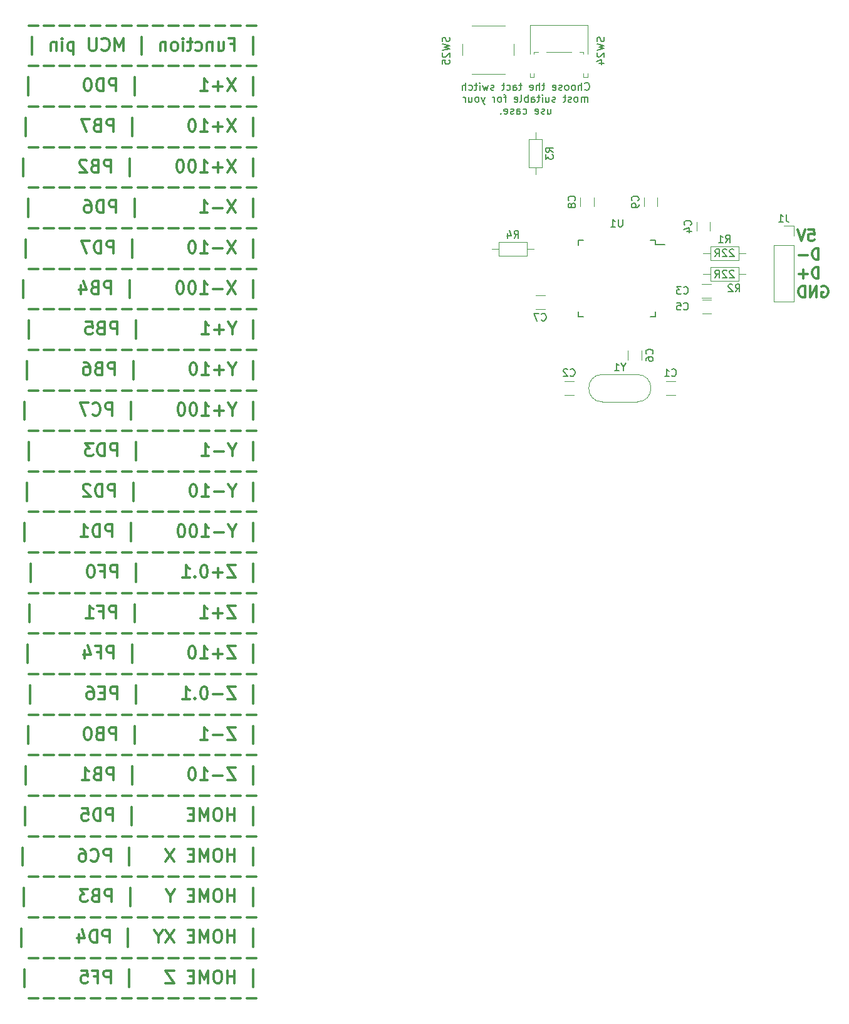
<source format=gbr>
%TF.GenerationSoftware,KiCad,Pcbnew,(6.0.4)*%
%TF.CreationDate,2022-05-24T13:04:00-03:00*%
%TF.ProjectId,G-Code_Keeb,472d436f-6465-45f4-9b65-65622e6b6963,1*%
%TF.SameCoordinates,Original*%
%TF.FileFunction,Legend,Bot*%
%TF.FilePolarity,Positive*%
%FSLAX46Y46*%
G04 Gerber Fmt 4.6, Leading zero omitted, Abs format (unit mm)*
G04 Created by KiCad (PCBNEW (6.0.4)) date 2022-05-24 13:04:00*
%MOMM*%
%LPD*%
G01*
G04 APERTURE LIST*
%ADD10C,0.300000*%
%ADD11C,0.150000*%
%ADD12C,0.120000*%
G04 APERTURE END LIST*
D10*
X75200238Y-28933428D02*
X73905000Y-28933428D01*
X73095476Y-28933428D02*
X71800238Y-28933428D01*
X70990714Y-28933428D02*
X69695476Y-28933428D01*
X68885952Y-28933428D02*
X67590714Y-28933428D01*
X66781190Y-28933428D02*
X65485952Y-28933428D01*
X64676428Y-28933428D02*
X63381190Y-28933428D01*
X62571666Y-28933428D02*
X61276428Y-28933428D01*
X60466904Y-28933428D02*
X59171666Y-28933428D01*
X58362142Y-28933428D02*
X57066904Y-28933428D01*
X56257380Y-28933428D02*
X54962142Y-28933428D01*
X54152619Y-28933428D02*
X52857380Y-28933428D01*
X52047857Y-28933428D02*
X50752619Y-28933428D01*
X49943095Y-28933428D02*
X48647857Y-28933428D01*
X47838333Y-28933428D02*
X46543095Y-28933428D01*
X45733571Y-28933428D02*
X44438333Y-28933428D01*
X74795476Y-32884714D02*
X74795476Y-30456142D01*
X71719285Y-31427571D02*
X72285952Y-31427571D01*
X72285952Y-32318047D02*
X72285952Y-30618047D01*
X71476428Y-30618047D01*
X70100238Y-31184714D02*
X70100238Y-32318047D01*
X70828809Y-31184714D02*
X70828809Y-32075190D01*
X70747857Y-32237095D01*
X70585952Y-32318047D01*
X70343095Y-32318047D01*
X70181190Y-32237095D01*
X70100238Y-32156142D01*
X69290714Y-31184714D02*
X69290714Y-32318047D01*
X69290714Y-31346619D02*
X69209761Y-31265666D01*
X69047857Y-31184714D01*
X68805000Y-31184714D01*
X68643095Y-31265666D01*
X68562142Y-31427571D01*
X68562142Y-32318047D01*
X67024047Y-32237095D02*
X67185952Y-32318047D01*
X67509761Y-32318047D01*
X67671666Y-32237095D01*
X67752619Y-32156142D01*
X67833571Y-31994238D01*
X67833571Y-31508523D01*
X67752619Y-31346619D01*
X67671666Y-31265666D01*
X67509761Y-31184714D01*
X67185952Y-31184714D01*
X67024047Y-31265666D01*
X66538333Y-31184714D02*
X65890714Y-31184714D01*
X66295476Y-30618047D02*
X66295476Y-32075190D01*
X66214523Y-32237095D01*
X66052619Y-32318047D01*
X65890714Y-32318047D01*
X65324047Y-32318047D02*
X65324047Y-31184714D01*
X65324047Y-30618047D02*
X65405000Y-30699000D01*
X65324047Y-30779952D01*
X65243095Y-30699000D01*
X65324047Y-30618047D01*
X65324047Y-30779952D01*
X64271666Y-32318047D02*
X64433571Y-32237095D01*
X64514523Y-32156142D01*
X64595476Y-31994238D01*
X64595476Y-31508523D01*
X64514523Y-31346619D01*
X64433571Y-31265666D01*
X64271666Y-31184714D01*
X64028809Y-31184714D01*
X63866904Y-31265666D01*
X63785952Y-31346619D01*
X63705000Y-31508523D01*
X63705000Y-31994238D01*
X63785952Y-32156142D01*
X63866904Y-32237095D01*
X64028809Y-32318047D01*
X64271666Y-32318047D01*
X62976428Y-31184714D02*
X62976428Y-32318047D01*
X62976428Y-31346619D02*
X62895476Y-31265666D01*
X62733571Y-31184714D01*
X62490714Y-31184714D01*
X62328809Y-31265666D01*
X62247857Y-31427571D01*
X62247857Y-32318047D01*
X59738333Y-32884714D02*
X59738333Y-30456142D01*
X57228809Y-32318047D02*
X57228809Y-30618047D01*
X56662142Y-31832333D01*
X56095476Y-30618047D01*
X56095476Y-32318047D01*
X54314523Y-32156142D02*
X54395476Y-32237095D01*
X54638333Y-32318047D01*
X54800238Y-32318047D01*
X55043095Y-32237095D01*
X55204999Y-32075190D01*
X55285952Y-31913285D01*
X55366904Y-31589476D01*
X55366904Y-31346619D01*
X55285952Y-31022809D01*
X55204999Y-30860904D01*
X55043095Y-30699000D01*
X54800238Y-30618047D01*
X54638333Y-30618047D01*
X54395476Y-30699000D01*
X54314523Y-30779952D01*
X53585952Y-30618047D02*
X53585952Y-31994238D01*
X53504999Y-32156142D01*
X53424047Y-32237095D01*
X53262142Y-32318047D01*
X52938333Y-32318047D01*
X52776428Y-32237095D01*
X52695476Y-32156142D01*
X52614523Y-31994238D01*
X52614523Y-30618047D01*
X50509761Y-31184714D02*
X50509761Y-32884714D01*
X50509761Y-31265666D02*
X50347857Y-31184714D01*
X50024047Y-31184714D01*
X49862142Y-31265666D01*
X49781190Y-31346619D01*
X49700238Y-31508523D01*
X49700238Y-31994238D01*
X49781190Y-32156142D01*
X49862142Y-32237095D01*
X50024047Y-32318047D01*
X50347857Y-32318047D01*
X50509761Y-32237095D01*
X48971666Y-32318047D02*
X48971666Y-31184714D01*
X48971666Y-30618047D02*
X49052619Y-30699000D01*
X48971666Y-30779952D01*
X48890714Y-30699000D01*
X48971666Y-30618047D01*
X48971666Y-30779952D01*
X48162142Y-31184714D02*
X48162142Y-32318047D01*
X48162142Y-31346619D02*
X48081190Y-31265666D01*
X47919285Y-31184714D01*
X47676428Y-31184714D01*
X47514523Y-31265666D01*
X47433571Y-31427571D01*
X47433571Y-32318047D01*
X44924047Y-32884714D02*
X44924047Y-30456142D01*
X75200238Y-34407428D02*
X73905000Y-34407428D01*
X73095476Y-34407428D02*
X71800238Y-34407428D01*
X70990714Y-34407428D02*
X69695476Y-34407428D01*
X68885952Y-34407428D02*
X67590714Y-34407428D01*
X66781190Y-34407428D02*
X65485952Y-34407428D01*
X64676428Y-34407428D02*
X63381190Y-34407428D01*
X62571666Y-34407428D02*
X61276428Y-34407428D01*
X60466904Y-34407428D02*
X59171666Y-34407428D01*
X58362142Y-34407428D02*
X57066904Y-34407428D01*
X56257380Y-34407428D02*
X54962142Y-34407428D01*
X54152619Y-34407428D02*
X52857380Y-34407428D01*
X52047857Y-34407428D02*
X50752619Y-34407428D01*
X49943095Y-34407428D02*
X48647857Y-34407428D01*
X47838333Y-34407428D02*
X46543095Y-34407428D01*
X45733571Y-34407428D02*
X44438333Y-34407428D01*
X74795476Y-38358714D02*
X74795476Y-35930142D01*
X72447857Y-36092047D02*
X71314523Y-37792047D01*
X71314523Y-36092047D02*
X72447857Y-37792047D01*
X70666904Y-37144428D02*
X69371666Y-37144428D01*
X70019285Y-37792047D02*
X70019285Y-36496809D01*
X67671666Y-37792047D02*
X68643095Y-37792047D01*
X68157380Y-37792047D02*
X68157380Y-36092047D01*
X68319285Y-36334904D01*
X68481190Y-36496809D01*
X68643095Y-36577761D01*
X58766904Y-38358714D02*
X58766904Y-35930142D01*
X56257380Y-37792047D02*
X56257380Y-36092047D01*
X55609761Y-36092047D01*
X55447857Y-36173000D01*
X55366904Y-36253952D01*
X55285952Y-36415857D01*
X55285952Y-36658714D01*
X55366904Y-36820619D01*
X55447857Y-36901571D01*
X55609761Y-36982523D01*
X56257380Y-36982523D01*
X54557380Y-37792047D02*
X54557380Y-36092047D01*
X54152619Y-36092047D01*
X53909761Y-36173000D01*
X53747857Y-36334904D01*
X53666904Y-36496809D01*
X53585952Y-36820619D01*
X53585952Y-37063476D01*
X53666904Y-37387285D01*
X53747857Y-37549190D01*
X53909761Y-37711095D01*
X54152619Y-37792047D01*
X54557380Y-37792047D01*
X52533571Y-36092047D02*
X52371666Y-36092047D01*
X52209761Y-36173000D01*
X52128809Y-36253952D01*
X52047857Y-36415857D01*
X51966904Y-36739666D01*
X51966904Y-37144428D01*
X52047857Y-37468238D01*
X52128809Y-37630142D01*
X52209761Y-37711095D01*
X52371666Y-37792047D01*
X52533571Y-37792047D01*
X52695476Y-37711095D01*
X52776428Y-37630142D01*
X52857380Y-37468238D01*
X52938333Y-37144428D01*
X52938333Y-36739666D01*
X52857380Y-36415857D01*
X52776428Y-36253952D01*
X52695476Y-36173000D01*
X52533571Y-36092047D01*
X44357380Y-38358714D02*
X44357380Y-35930142D01*
X75200238Y-39881428D02*
X73905000Y-39881428D01*
X73095476Y-39881428D02*
X71800238Y-39881428D01*
X70990714Y-39881428D02*
X69695476Y-39881428D01*
X68885952Y-39881428D02*
X67590714Y-39881428D01*
X66781190Y-39881428D02*
X65485952Y-39881428D01*
X64676428Y-39881428D02*
X63381190Y-39881428D01*
X62571666Y-39881428D02*
X61276428Y-39881428D01*
X60466904Y-39881428D02*
X59171666Y-39881428D01*
X58362142Y-39881428D02*
X57066904Y-39881428D01*
X56257380Y-39881428D02*
X54962142Y-39881428D01*
X54152619Y-39881428D02*
X52857380Y-39881428D01*
X52047857Y-39881428D02*
X50752619Y-39881428D01*
X49943095Y-39881428D02*
X48647857Y-39881428D01*
X47838333Y-39881428D02*
X46543095Y-39881428D01*
X45733571Y-39881428D02*
X44438333Y-39881428D01*
X74795476Y-43832714D02*
X74795476Y-41404142D01*
X72447857Y-41566047D02*
X71314523Y-43266047D01*
X71314523Y-41566047D02*
X72447857Y-43266047D01*
X70666904Y-42618428D02*
X69371666Y-42618428D01*
X70019285Y-43266047D02*
X70019285Y-41970809D01*
X67671666Y-43266047D02*
X68643095Y-43266047D01*
X68157380Y-43266047D02*
X68157380Y-41566047D01*
X68319285Y-41808904D01*
X68481190Y-41970809D01*
X68643095Y-42051761D01*
X66619285Y-41566047D02*
X66457380Y-41566047D01*
X66295476Y-41647000D01*
X66214523Y-41727952D01*
X66133571Y-41889857D01*
X66052619Y-42213666D01*
X66052619Y-42618428D01*
X66133571Y-42942238D01*
X66214523Y-43104142D01*
X66295476Y-43185095D01*
X66457380Y-43266047D01*
X66619285Y-43266047D01*
X66781190Y-43185095D01*
X66862142Y-43104142D01*
X66943095Y-42942238D01*
X67024047Y-42618428D01*
X67024047Y-42213666D01*
X66943095Y-41889857D01*
X66862142Y-41727952D01*
X66781190Y-41647000D01*
X66619285Y-41566047D01*
X58443095Y-43832714D02*
X58443095Y-41404142D01*
X55933571Y-43266047D02*
X55933571Y-41566047D01*
X55285952Y-41566047D01*
X55124047Y-41647000D01*
X55043095Y-41727952D01*
X54962142Y-41889857D01*
X54962142Y-42132714D01*
X55043095Y-42294619D01*
X55124047Y-42375571D01*
X55285952Y-42456523D01*
X55933571Y-42456523D01*
X53666904Y-42375571D02*
X53424047Y-42456523D01*
X53343095Y-42537476D01*
X53262142Y-42699380D01*
X53262142Y-42942238D01*
X53343095Y-43104142D01*
X53424047Y-43185095D01*
X53585952Y-43266047D01*
X54233571Y-43266047D01*
X54233571Y-41566047D01*
X53666904Y-41566047D01*
X53505000Y-41647000D01*
X53424047Y-41727952D01*
X53343095Y-41889857D01*
X53343095Y-42051761D01*
X53424047Y-42213666D01*
X53505000Y-42294619D01*
X53666904Y-42375571D01*
X54233571Y-42375571D01*
X52695476Y-41566047D02*
X51562142Y-41566047D01*
X52290714Y-43266047D01*
X44033571Y-43832714D02*
X44033571Y-41404142D01*
X75200238Y-45355428D02*
X73905000Y-45355428D01*
X73095476Y-45355428D02*
X71800238Y-45355428D01*
X70990714Y-45355428D02*
X69695476Y-45355428D01*
X68885952Y-45355428D02*
X67590714Y-45355428D01*
X66781190Y-45355428D02*
X65485952Y-45355428D01*
X64676428Y-45355428D02*
X63381190Y-45355428D01*
X62571666Y-45355428D02*
X61276428Y-45355428D01*
X60466904Y-45355428D02*
X59171666Y-45355428D01*
X58362142Y-45355428D02*
X57066904Y-45355428D01*
X56257380Y-45355428D02*
X54962142Y-45355428D01*
X54152619Y-45355428D02*
X52857380Y-45355428D01*
X52047857Y-45355428D02*
X50752619Y-45355428D01*
X49943095Y-45355428D02*
X48647857Y-45355428D01*
X47838333Y-45355428D02*
X46543095Y-45355428D01*
X45733571Y-45355428D02*
X44438333Y-45355428D01*
X74795476Y-49306714D02*
X74795476Y-46878142D01*
X72447857Y-47040047D02*
X71314523Y-48740047D01*
X71314523Y-47040047D02*
X72447857Y-48740047D01*
X70666904Y-48092428D02*
X69371666Y-48092428D01*
X70019285Y-48740047D02*
X70019285Y-47444809D01*
X67671666Y-48740047D02*
X68643095Y-48740047D01*
X68157380Y-48740047D02*
X68157380Y-47040047D01*
X68319285Y-47282904D01*
X68481190Y-47444809D01*
X68643095Y-47525761D01*
X66619285Y-47040047D02*
X66457380Y-47040047D01*
X66295476Y-47121000D01*
X66214523Y-47201952D01*
X66133571Y-47363857D01*
X66052619Y-47687666D01*
X66052619Y-48092428D01*
X66133571Y-48416238D01*
X66214523Y-48578142D01*
X66295476Y-48659095D01*
X66457380Y-48740047D01*
X66619285Y-48740047D01*
X66781190Y-48659095D01*
X66862142Y-48578142D01*
X66943095Y-48416238D01*
X67024047Y-48092428D01*
X67024047Y-47687666D01*
X66943095Y-47363857D01*
X66862142Y-47201952D01*
X66781190Y-47121000D01*
X66619285Y-47040047D01*
X65000238Y-47040047D02*
X64838333Y-47040047D01*
X64676428Y-47121000D01*
X64595476Y-47201952D01*
X64514523Y-47363857D01*
X64433571Y-47687666D01*
X64433571Y-48092428D01*
X64514523Y-48416238D01*
X64595476Y-48578142D01*
X64676428Y-48659095D01*
X64838333Y-48740047D01*
X65000238Y-48740047D01*
X65162142Y-48659095D01*
X65243095Y-48578142D01*
X65324047Y-48416238D01*
X65405000Y-48092428D01*
X65405000Y-47687666D01*
X65324047Y-47363857D01*
X65243095Y-47201952D01*
X65162142Y-47121000D01*
X65000238Y-47040047D01*
X58119285Y-49306714D02*
X58119285Y-46878142D01*
X55609761Y-48740047D02*
X55609761Y-47040047D01*
X54962142Y-47040047D01*
X54800238Y-47121000D01*
X54719285Y-47201952D01*
X54638333Y-47363857D01*
X54638333Y-47606714D01*
X54719285Y-47768619D01*
X54800238Y-47849571D01*
X54962142Y-47930523D01*
X55609761Y-47930523D01*
X53343095Y-47849571D02*
X53100238Y-47930523D01*
X53019285Y-48011476D01*
X52938333Y-48173380D01*
X52938333Y-48416238D01*
X53019285Y-48578142D01*
X53100238Y-48659095D01*
X53262142Y-48740047D01*
X53909761Y-48740047D01*
X53909761Y-47040047D01*
X53343095Y-47040047D01*
X53181190Y-47121000D01*
X53100238Y-47201952D01*
X53019285Y-47363857D01*
X53019285Y-47525761D01*
X53100238Y-47687666D01*
X53181190Y-47768619D01*
X53343095Y-47849571D01*
X53909761Y-47849571D01*
X52290714Y-47201952D02*
X52209761Y-47121000D01*
X52047857Y-47040047D01*
X51643095Y-47040047D01*
X51481190Y-47121000D01*
X51400238Y-47201952D01*
X51319285Y-47363857D01*
X51319285Y-47525761D01*
X51400238Y-47768619D01*
X52371666Y-48740047D01*
X51319285Y-48740047D01*
X43709761Y-49306714D02*
X43709761Y-46878142D01*
X75200238Y-50829428D02*
X73905000Y-50829428D01*
X73095476Y-50829428D02*
X71800238Y-50829428D01*
X70990714Y-50829428D02*
X69695476Y-50829428D01*
X68885952Y-50829428D02*
X67590714Y-50829428D01*
X66781190Y-50829428D02*
X65485952Y-50829428D01*
X64676428Y-50829428D02*
X63381190Y-50829428D01*
X62571666Y-50829428D02*
X61276428Y-50829428D01*
X60466904Y-50829428D02*
X59171666Y-50829428D01*
X58362142Y-50829428D02*
X57066904Y-50829428D01*
X56257380Y-50829428D02*
X54962142Y-50829428D01*
X54152619Y-50829428D02*
X52857380Y-50829428D01*
X52047857Y-50829428D02*
X50752619Y-50829428D01*
X49943095Y-50829428D02*
X48647857Y-50829428D01*
X47838333Y-50829428D02*
X46543095Y-50829428D01*
X45733571Y-50829428D02*
X44438333Y-50829428D01*
X74795476Y-54780714D02*
X74795476Y-52352142D01*
X72447857Y-52514047D02*
X71314523Y-54214047D01*
X71314523Y-52514047D02*
X72447857Y-54214047D01*
X70666904Y-53566428D02*
X69371666Y-53566428D01*
X67671666Y-54214047D02*
X68643095Y-54214047D01*
X68157380Y-54214047D02*
X68157380Y-52514047D01*
X68319285Y-52756904D01*
X68481190Y-52918809D01*
X68643095Y-52999761D01*
X58766904Y-54780714D02*
X58766904Y-52352142D01*
X56257380Y-54214047D02*
X56257380Y-52514047D01*
X55609761Y-52514047D01*
X55447857Y-52595000D01*
X55366904Y-52675952D01*
X55285952Y-52837857D01*
X55285952Y-53080714D01*
X55366904Y-53242619D01*
X55447857Y-53323571D01*
X55609761Y-53404523D01*
X56257380Y-53404523D01*
X54557380Y-54214047D02*
X54557380Y-52514047D01*
X54152619Y-52514047D01*
X53909761Y-52595000D01*
X53747857Y-52756904D01*
X53666904Y-52918809D01*
X53585952Y-53242619D01*
X53585952Y-53485476D01*
X53666904Y-53809285D01*
X53747857Y-53971190D01*
X53909761Y-54133095D01*
X54152619Y-54214047D01*
X54557380Y-54214047D01*
X52128809Y-52514047D02*
X52452619Y-52514047D01*
X52614523Y-52595000D01*
X52695476Y-52675952D01*
X52857380Y-52918809D01*
X52938333Y-53242619D01*
X52938333Y-53890238D01*
X52857380Y-54052142D01*
X52776428Y-54133095D01*
X52614523Y-54214047D01*
X52290714Y-54214047D01*
X52128809Y-54133095D01*
X52047857Y-54052142D01*
X51966904Y-53890238D01*
X51966904Y-53485476D01*
X52047857Y-53323571D01*
X52128809Y-53242619D01*
X52290714Y-53161666D01*
X52614523Y-53161666D01*
X52776428Y-53242619D01*
X52857380Y-53323571D01*
X52938333Y-53485476D01*
X44357380Y-54780714D02*
X44357380Y-52352142D01*
X75200238Y-56303428D02*
X73905000Y-56303428D01*
X73095476Y-56303428D02*
X71800238Y-56303428D01*
X70990714Y-56303428D02*
X69695476Y-56303428D01*
X68885952Y-56303428D02*
X67590714Y-56303428D01*
X66781190Y-56303428D02*
X65485952Y-56303428D01*
X64676428Y-56303428D02*
X63381190Y-56303428D01*
X62571666Y-56303428D02*
X61276428Y-56303428D01*
X60466904Y-56303428D02*
X59171666Y-56303428D01*
X58362142Y-56303428D02*
X57066904Y-56303428D01*
X56257380Y-56303428D02*
X54962142Y-56303428D01*
X54152619Y-56303428D02*
X52857380Y-56303428D01*
X52047857Y-56303428D02*
X50752619Y-56303428D01*
X49943095Y-56303428D02*
X48647857Y-56303428D01*
X47838333Y-56303428D02*
X46543095Y-56303428D01*
X45733571Y-56303428D02*
X44438333Y-56303428D01*
X74795476Y-60254714D02*
X74795476Y-57826142D01*
X72447857Y-57988047D02*
X71314523Y-59688047D01*
X71314523Y-57988047D02*
X72447857Y-59688047D01*
X70666904Y-59040428D02*
X69371666Y-59040428D01*
X67671666Y-59688047D02*
X68643095Y-59688047D01*
X68157380Y-59688047D02*
X68157380Y-57988047D01*
X68319285Y-58230904D01*
X68481190Y-58392809D01*
X68643095Y-58473761D01*
X66619285Y-57988047D02*
X66457380Y-57988047D01*
X66295476Y-58069000D01*
X66214523Y-58149952D01*
X66133571Y-58311857D01*
X66052619Y-58635666D01*
X66052619Y-59040428D01*
X66133571Y-59364238D01*
X66214523Y-59526142D01*
X66295476Y-59607095D01*
X66457380Y-59688047D01*
X66619285Y-59688047D01*
X66781190Y-59607095D01*
X66862142Y-59526142D01*
X66943095Y-59364238D01*
X67024047Y-59040428D01*
X67024047Y-58635666D01*
X66943095Y-58311857D01*
X66862142Y-58149952D01*
X66781190Y-58069000D01*
X66619285Y-57988047D01*
X58443095Y-60254714D02*
X58443095Y-57826142D01*
X55933571Y-59688047D02*
X55933571Y-57988047D01*
X55285952Y-57988047D01*
X55124047Y-58069000D01*
X55043095Y-58149952D01*
X54962142Y-58311857D01*
X54962142Y-58554714D01*
X55043095Y-58716619D01*
X55124047Y-58797571D01*
X55285952Y-58878523D01*
X55933571Y-58878523D01*
X54233571Y-59688047D02*
X54233571Y-57988047D01*
X53828809Y-57988047D01*
X53585952Y-58069000D01*
X53424047Y-58230904D01*
X53343095Y-58392809D01*
X53262142Y-58716619D01*
X53262142Y-58959476D01*
X53343095Y-59283285D01*
X53424047Y-59445190D01*
X53585952Y-59607095D01*
X53828809Y-59688047D01*
X54233571Y-59688047D01*
X52695476Y-57988047D02*
X51562142Y-57988047D01*
X52290714Y-59688047D01*
X44033571Y-60254714D02*
X44033571Y-57826142D01*
X75200238Y-61777428D02*
X73905000Y-61777428D01*
X73095476Y-61777428D02*
X71800238Y-61777428D01*
X70990714Y-61777428D02*
X69695476Y-61777428D01*
X68885952Y-61777428D02*
X67590714Y-61777428D01*
X66781190Y-61777428D02*
X65485952Y-61777428D01*
X64676428Y-61777428D02*
X63381190Y-61777428D01*
X62571666Y-61777428D02*
X61276428Y-61777428D01*
X60466904Y-61777428D02*
X59171666Y-61777428D01*
X58362142Y-61777428D02*
X57066904Y-61777428D01*
X56257380Y-61777428D02*
X54962142Y-61777428D01*
X54152619Y-61777428D02*
X52857380Y-61777428D01*
X52047857Y-61777428D02*
X50752619Y-61777428D01*
X49943095Y-61777428D02*
X48647857Y-61777428D01*
X47838333Y-61777428D02*
X46543095Y-61777428D01*
X45733571Y-61777428D02*
X44438333Y-61777428D01*
X74795476Y-65728714D02*
X74795476Y-63300142D01*
X72447857Y-63462047D02*
X71314523Y-65162047D01*
X71314523Y-63462047D02*
X72447857Y-65162047D01*
X70666904Y-64514428D02*
X69371666Y-64514428D01*
X67671666Y-65162047D02*
X68643095Y-65162047D01*
X68157380Y-65162047D02*
X68157380Y-63462047D01*
X68319285Y-63704904D01*
X68481190Y-63866809D01*
X68643095Y-63947761D01*
X66619285Y-63462047D02*
X66457380Y-63462047D01*
X66295476Y-63543000D01*
X66214523Y-63623952D01*
X66133571Y-63785857D01*
X66052619Y-64109666D01*
X66052619Y-64514428D01*
X66133571Y-64838238D01*
X66214523Y-65000142D01*
X66295476Y-65081095D01*
X66457380Y-65162047D01*
X66619285Y-65162047D01*
X66781190Y-65081095D01*
X66862142Y-65000142D01*
X66943095Y-64838238D01*
X67024047Y-64514428D01*
X67024047Y-64109666D01*
X66943095Y-63785857D01*
X66862142Y-63623952D01*
X66781190Y-63543000D01*
X66619285Y-63462047D01*
X65000238Y-63462047D02*
X64838333Y-63462047D01*
X64676428Y-63543000D01*
X64595476Y-63623952D01*
X64514523Y-63785857D01*
X64433571Y-64109666D01*
X64433571Y-64514428D01*
X64514523Y-64838238D01*
X64595476Y-65000142D01*
X64676428Y-65081095D01*
X64838333Y-65162047D01*
X65000238Y-65162047D01*
X65162142Y-65081095D01*
X65243095Y-65000142D01*
X65324047Y-64838238D01*
X65405000Y-64514428D01*
X65405000Y-64109666D01*
X65324047Y-63785857D01*
X65243095Y-63623952D01*
X65162142Y-63543000D01*
X65000238Y-63462047D01*
X58119285Y-65728714D02*
X58119285Y-63300142D01*
X55609761Y-65162047D02*
X55609761Y-63462047D01*
X54962142Y-63462047D01*
X54800238Y-63543000D01*
X54719285Y-63623952D01*
X54638333Y-63785857D01*
X54638333Y-64028714D01*
X54719285Y-64190619D01*
X54800238Y-64271571D01*
X54962142Y-64352523D01*
X55609761Y-64352523D01*
X53343095Y-64271571D02*
X53100238Y-64352523D01*
X53019285Y-64433476D01*
X52938333Y-64595380D01*
X52938333Y-64838238D01*
X53019285Y-65000142D01*
X53100238Y-65081095D01*
X53262142Y-65162047D01*
X53909761Y-65162047D01*
X53909761Y-63462047D01*
X53343095Y-63462047D01*
X53181190Y-63543000D01*
X53100238Y-63623952D01*
X53019285Y-63785857D01*
X53019285Y-63947761D01*
X53100238Y-64109666D01*
X53181190Y-64190619D01*
X53343095Y-64271571D01*
X53909761Y-64271571D01*
X51481190Y-64028714D02*
X51481190Y-65162047D01*
X51885952Y-63381095D02*
X52290714Y-64595380D01*
X51238333Y-64595380D01*
X43709761Y-65728714D02*
X43709761Y-63300142D01*
X75200238Y-67251428D02*
X73905000Y-67251428D01*
X73095476Y-67251428D02*
X71800238Y-67251428D01*
X70990714Y-67251428D02*
X69695476Y-67251428D01*
X68885952Y-67251428D02*
X67590714Y-67251428D01*
X66781190Y-67251428D02*
X65485952Y-67251428D01*
X64676428Y-67251428D02*
X63381190Y-67251428D01*
X62571666Y-67251428D02*
X61276428Y-67251428D01*
X60466904Y-67251428D02*
X59171666Y-67251428D01*
X58362142Y-67251428D02*
X57066904Y-67251428D01*
X56257380Y-67251428D02*
X54962142Y-67251428D01*
X54152619Y-67251428D02*
X52857380Y-67251428D01*
X52047857Y-67251428D02*
X50752619Y-67251428D01*
X49943095Y-67251428D02*
X48647857Y-67251428D01*
X47838333Y-67251428D02*
X46543095Y-67251428D01*
X45733571Y-67251428D02*
X44438333Y-67251428D01*
X74795476Y-71202714D02*
X74795476Y-68774142D01*
X71962142Y-69826523D02*
X71962142Y-70636047D01*
X72528809Y-68936047D02*
X71962142Y-69826523D01*
X71395476Y-68936047D01*
X70828809Y-69988428D02*
X69533571Y-69988428D01*
X70181190Y-70636047D02*
X70181190Y-69340809D01*
X67833571Y-70636047D02*
X68805000Y-70636047D01*
X68319285Y-70636047D02*
X68319285Y-68936047D01*
X68481190Y-69178904D01*
X68643095Y-69340809D01*
X68805000Y-69421761D01*
X58928809Y-71202714D02*
X58928809Y-68774142D01*
X56419285Y-70636047D02*
X56419285Y-68936047D01*
X55771666Y-68936047D01*
X55609761Y-69017000D01*
X55528809Y-69097952D01*
X55447857Y-69259857D01*
X55447857Y-69502714D01*
X55528809Y-69664619D01*
X55609761Y-69745571D01*
X55771666Y-69826523D01*
X56419285Y-69826523D01*
X54152619Y-69745571D02*
X53909761Y-69826523D01*
X53828809Y-69907476D01*
X53747857Y-70069380D01*
X53747857Y-70312238D01*
X53828809Y-70474142D01*
X53909761Y-70555095D01*
X54071666Y-70636047D01*
X54719285Y-70636047D01*
X54719285Y-68936047D01*
X54152619Y-68936047D01*
X53990714Y-69017000D01*
X53909761Y-69097952D01*
X53828809Y-69259857D01*
X53828809Y-69421761D01*
X53909761Y-69583666D01*
X53990714Y-69664619D01*
X54152619Y-69745571D01*
X54719285Y-69745571D01*
X52209761Y-68936047D02*
X53019285Y-68936047D01*
X53100238Y-69745571D01*
X53019285Y-69664619D01*
X52857380Y-69583666D01*
X52452619Y-69583666D01*
X52290714Y-69664619D01*
X52209761Y-69745571D01*
X52128809Y-69907476D01*
X52128809Y-70312238D01*
X52209761Y-70474142D01*
X52290714Y-70555095D01*
X52452619Y-70636047D01*
X52857380Y-70636047D01*
X53019285Y-70555095D01*
X53100238Y-70474142D01*
X44519285Y-71202714D02*
X44519285Y-68774142D01*
X75200238Y-72725428D02*
X73905000Y-72725428D01*
X73095476Y-72725428D02*
X71800238Y-72725428D01*
X70990714Y-72725428D02*
X69695476Y-72725428D01*
X68885952Y-72725428D02*
X67590714Y-72725428D01*
X66781190Y-72725428D02*
X65485952Y-72725428D01*
X64676428Y-72725428D02*
X63381190Y-72725428D01*
X62571666Y-72725428D02*
X61276428Y-72725428D01*
X60466904Y-72725428D02*
X59171666Y-72725428D01*
X58362142Y-72725428D02*
X57066904Y-72725428D01*
X56257380Y-72725428D02*
X54962142Y-72725428D01*
X54152619Y-72725428D02*
X52857380Y-72725428D01*
X52047857Y-72725428D02*
X50752619Y-72725428D01*
X49943095Y-72725428D02*
X48647857Y-72725428D01*
X47838333Y-72725428D02*
X46543095Y-72725428D01*
X45733571Y-72725428D02*
X44438333Y-72725428D01*
X74795476Y-76676714D02*
X74795476Y-74248142D01*
X71962142Y-75300523D02*
X71962142Y-76110047D01*
X72528809Y-74410047D02*
X71962142Y-75300523D01*
X71395476Y-74410047D01*
X70828809Y-75462428D02*
X69533571Y-75462428D01*
X70181190Y-76110047D02*
X70181190Y-74814809D01*
X67833571Y-76110047D02*
X68805000Y-76110047D01*
X68319285Y-76110047D02*
X68319285Y-74410047D01*
X68481190Y-74652904D01*
X68643095Y-74814809D01*
X68805000Y-74895761D01*
X66781190Y-74410047D02*
X66619285Y-74410047D01*
X66457380Y-74491000D01*
X66376428Y-74571952D01*
X66295476Y-74733857D01*
X66214523Y-75057666D01*
X66214523Y-75462428D01*
X66295476Y-75786238D01*
X66376428Y-75948142D01*
X66457380Y-76029095D01*
X66619285Y-76110047D01*
X66781190Y-76110047D01*
X66943095Y-76029095D01*
X67024047Y-75948142D01*
X67105000Y-75786238D01*
X67185952Y-75462428D01*
X67185952Y-75057666D01*
X67105000Y-74733857D01*
X67024047Y-74571952D01*
X66943095Y-74491000D01*
X66781190Y-74410047D01*
X58605000Y-76676714D02*
X58605000Y-74248142D01*
X56095476Y-76110047D02*
X56095476Y-74410047D01*
X55447857Y-74410047D01*
X55285952Y-74491000D01*
X55205000Y-74571952D01*
X55124047Y-74733857D01*
X55124047Y-74976714D01*
X55205000Y-75138619D01*
X55285952Y-75219571D01*
X55447857Y-75300523D01*
X56095476Y-75300523D01*
X53828809Y-75219571D02*
X53585952Y-75300523D01*
X53505000Y-75381476D01*
X53424047Y-75543380D01*
X53424047Y-75786238D01*
X53505000Y-75948142D01*
X53585952Y-76029095D01*
X53747857Y-76110047D01*
X54395476Y-76110047D01*
X54395476Y-74410047D01*
X53828809Y-74410047D01*
X53666904Y-74491000D01*
X53585952Y-74571952D01*
X53505000Y-74733857D01*
X53505000Y-74895761D01*
X53585952Y-75057666D01*
X53666904Y-75138619D01*
X53828809Y-75219571D01*
X54395476Y-75219571D01*
X51966904Y-74410047D02*
X52290714Y-74410047D01*
X52452619Y-74491000D01*
X52533571Y-74571952D01*
X52695476Y-74814809D01*
X52776428Y-75138619D01*
X52776428Y-75786238D01*
X52695476Y-75948142D01*
X52614523Y-76029095D01*
X52452619Y-76110047D01*
X52128809Y-76110047D01*
X51966904Y-76029095D01*
X51885952Y-75948142D01*
X51805000Y-75786238D01*
X51805000Y-75381476D01*
X51885952Y-75219571D01*
X51966904Y-75138619D01*
X52128809Y-75057666D01*
X52452619Y-75057666D01*
X52614523Y-75138619D01*
X52695476Y-75219571D01*
X52776428Y-75381476D01*
X44195476Y-76676714D02*
X44195476Y-74248142D01*
X75200238Y-78199428D02*
X73905000Y-78199428D01*
X73095476Y-78199428D02*
X71800238Y-78199428D01*
X70990714Y-78199428D02*
X69695476Y-78199428D01*
X68885952Y-78199428D02*
X67590714Y-78199428D01*
X66781190Y-78199428D02*
X65485952Y-78199428D01*
X64676428Y-78199428D02*
X63381190Y-78199428D01*
X62571666Y-78199428D02*
X61276428Y-78199428D01*
X60466904Y-78199428D02*
X59171666Y-78199428D01*
X58362142Y-78199428D02*
X57066904Y-78199428D01*
X56257380Y-78199428D02*
X54962142Y-78199428D01*
X54152619Y-78199428D02*
X52857380Y-78199428D01*
X52047857Y-78199428D02*
X50752619Y-78199428D01*
X49943095Y-78199428D02*
X48647857Y-78199428D01*
X47838333Y-78199428D02*
X46543095Y-78199428D01*
X45733571Y-78199428D02*
X44438333Y-78199428D01*
X74795476Y-82150714D02*
X74795476Y-79722142D01*
X71962142Y-80774523D02*
X71962142Y-81584047D01*
X72528809Y-79884047D02*
X71962142Y-80774523D01*
X71395476Y-79884047D01*
X70828809Y-80936428D02*
X69533571Y-80936428D01*
X70181190Y-81584047D02*
X70181190Y-80288809D01*
X67833571Y-81584047D02*
X68805000Y-81584047D01*
X68319285Y-81584047D02*
X68319285Y-79884047D01*
X68481190Y-80126904D01*
X68643095Y-80288809D01*
X68805000Y-80369761D01*
X66781190Y-79884047D02*
X66619285Y-79884047D01*
X66457380Y-79965000D01*
X66376428Y-80045952D01*
X66295476Y-80207857D01*
X66214523Y-80531666D01*
X66214523Y-80936428D01*
X66295476Y-81260238D01*
X66376428Y-81422142D01*
X66457380Y-81503095D01*
X66619285Y-81584047D01*
X66781190Y-81584047D01*
X66943095Y-81503095D01*
X67024047Y-81422142D01*
X67105000Y-81260238D01*
X67185952Y-80936428D01*
X67185952Y-80531666D01*
X67105000Y-80207857D01*
X67024047Y-80045952D01*
X66943095Y-79965000D01*
X66781190Y-79884047D01*
X65162142Y-79884047D02*
X65000238Y-79884047D01*
X64838333Y-79965000D01*
X64757380Y-80045952D01*
X64676428Y-80207857D01*
X64595476Y-80531666D01*
X64595476Y-80936428D01*
X64676428Y-81260238D01*
X64757380Y-81422142D01*
X64838333Y-81503095D01*
X65000238Y-81584047D01*
X65162142Y-81584047D01*
X65324047Y-81503095D01*
X65405000Y-81422142D01*
X65485952Y-81260238D01*
X65566904Y-80936428D01*
X65566904Y-80531666D01*
X65485952Y-80207857D01*
X65405000Y-80045952D01*
X65324047Y-79965000D01*
X65162142Y-79884047D01*
X58281190Y-82150714D02*
X58281190Y-79722142D01*
X55771666Y-81584047D02*
X55771666Y-79884047D01*
X55124047Y-79884047D01*
X54962142Y-79965000D01*
X54881190Y-80045952D01*
X54800238Y-80207857D01*
X54800238Y-80450714D01*
X54881190Y-80612619D01*
X54962142Y-80693571D01*
X55124047Y-80774523D01*
X55771666Y-80774523D01*
X53100238Y-81422142D02*
X53181190Y-81503095D01*
X53424047Y-81584047D01*
X53585952Y-81584047D01*
X53828809Y-81503095D01*
X53990714Y-81341190D01*
X54071666Y-81179285D01*
X54152619Y-80855476D01*
X54152619Y-80612619D01*
X54071666Y-80288809D01*
X53990714Y-80126904D01*
X53828809Y-79965000D01*
X53585952Y-79884047D01*
X53424047Y-79884047D01*
X53181190Y-79965000D01*
X53100238Y-80045952D01*
X52533571Y-79884047D02*
X51400238Y-79884047D01*
X52128809Y-81584047D01*
X43871666Y-82150714D02*
X43871666Y-79722142D01*
X75200238Y-83673428D02*
X73905000Y-83673428D01*
X73095476Y-83673428D02*
X71800238Y-83673428D01*
X70990714Y-83673428D02*
X69695476Y-83673428D01*
X68885952Y-83673428D02*
X67590714Y-83673428D01*
X66781190Y-83673428D02*
X65485952Y-83673428D01*
X64676428Y-83673428D02*
X63381190Y-83673428D01*
X62571666Y-83673428D02*
X61276428Y-83673428D01*
X60466904Y-83673428D02*
X59171666Y-83673428D01*
X58362142Y-83673428D02*
X57066904Y-83673428D01*
X56257380Y-83673428D02*
X54962142Y-83673428D01*
X54152619Y-83673428D02*
X52857380Y-83673428D01*
X52047857Y-83673428D02*
X50752619Y-83673428D01*
X49943095Y-83673428D02*
X48647857Y-83673428D01*
X47838333Y-83673428D02*
X46543095Y-83673428D01*
X45733571Y-83673428D02*
X44438333Y-83673428D01*
X74795476Y-87624714D02*
X74795476Y-85196142D01*
X71962142Y-86248523D02*
X71962142Y-87058047D01*
X72528809Y-85358047D02*
X71962142Y-86248523D01*
X71395476Y-85358047D01*
X70828809Y-86410428D02*
X69533571Y-86410428D01*
X67833571Y-87058047D02*
X68805000Y-87058047D01*
X68319285Y-87058047D02*
X68319285Y-85358047D01*
X68481190Y-85600904D01*
X68643095Y-85762809D01*
X68805000Y-85843761D01*
X58928809Y-87624714D02*
X58928809Y-85196142D01*
X56419285Y-87058047D02*
X56419285Y-85358047D01*
X55771666Y-85358047D01*
X55609761Y-85439000D01*
X55528809Y-85519952D01*
X55447857Y-85681857D01*
X55447857Y-85924714D01*
X55528809Y-86086619D01*
X55609761Y-86167571D01*
X55771666Y-86248523D01*
X56419285Y-86248523D01*
X54719285Y-87058047D02*
X54719285Y-85358047D01*
X54314523Y-85358047D01*
X54071666Y-85439000D01*
X53909761Y-85600904D01*
X53828809Y-85762809D01*
X53747857Y-86086619D01*
X53747857Y-86329476D01*
X53828809Y-86653285D01*
X53909761Y-86815190D01*
X54071666Y-86977095D01*
X54314523Y-87058047D01*
X54719285Y-87058047D01*
X53181190Y-85358047D02*
X52128809Y-85358047D01*
X52695476Y-86005666D01*
X52452619Y-86005666D01*
X52290714Y-86086619D01*
X52209761Y-86167571D01*
X52128809Y-86329476D01*
X52128809Y-86734238D01*
X52209761Y-86896142D01*
X52290714Y-86977095D01*
X52452619Y-87058047D01*
X52938333Y-87058047D01*
X53100238Y-86977095D01*
X53181190Y-86896142D01*
X44519285Y-87624714D02*
X44519285Y-85196142D01*
X75200238Y-89147428D02*
X73905000Y-89147428D01*
X73095476Y-89147428D02*
X71800238Y-89147428D01*
X70990714Y-89147428D02*
X69695476Y-89147428D01*
X68885952Y-89147428D02*
X67590714Y-89147428D01*
X66781190Y-89147428D02*
X65485952Y-89147428D01*
X64676428Y-89147428D02*
X63381190Y-89147428D01*
X62571666Y-89147428D02*
X61276428Y-89147428D01*
X60466904Y-89147428D02*
X59171666Y-89147428D01*
X58362142Y-89147428D02*
X57066904Y-89147428D01*
X56257380Y-89147428D02*
X54962142Y-89147428D01*
X54152619Y-89147428D02*
X52857380Y-89147428D01*
X52047857Y-89147428D02*
X50752619Y-89147428D01*
X49943095Y-89147428D02*
X48647857Y-89147428D01*
X47838333Y-89147428D02*
X46543095Y-89147428D01*
X45733571Y-89147428D02*
X44438333Y-89147428D01*
X74795476Y-93098714D02*
X74795476Y-90670142D01*
X71962142Y-91722523D02*
X71962142Y-92532047D01*
X72528809Y-90832047D02*
X71962142Y-91722523D01*
X71395476Y-90832047D01*
X70828809Y-91884428D02*
X69533571Y-91884428D01*
X67833571Y-92532047D02*
X68805000Y-92532047D01*
X68319285Y-92532047D02*
X68319285Y-90832047D01*
X68481190Y-91074904D01*
X68643095Y-91236809D01*
X68805000Y-91317761D01*
X66781190Y-90832047D02*
X66619285Y-90832047D01*
X66457380Y-90913000D01*
X66376428Y-90993952D01*
X66295476Y-91155857D01*
X66214523Y-91479666D01*
X66214523Y-91884428D01*
X66295476Y-92208238D01*
X66376428Y-92370142D01*
X66457380Y-92451095D01*
X66619285Y-92532047D01*
X66781190Y-92532047D01*
X66943095Y-92451095D01*
X67024047Y-92370142D01*
X67105000Y-92208238D01*
X67185952Y-91884428D01*
X67185952Y-91479666D01*
X67105000Y-91155857D01*
X67024047Y-90993952D01*
X66943095Y-90913000D01*
X66781190Y-90832047D01*
X58605000Y-93098714D02*
X58605000Y-90670142D01*
X56095476Y-92532047D02*
X56095476Y-90832047D01*
X55447857Y-90832047D01*
X55285952Y-90913000D01*
X55205000Y-90993952D01*
X55124047Y-91155857D01*
X55124047Y-91398714D01*
X55205000Y-91560619D01*
X55285952Y-91641571D01*
X55447857Y-91722523D01*
X56095476Y-91722523D01*
X54395476Y-92532047D02*
X54395476Y-90832047D01*
X53990714Y-90832047D01*
X53747857Y-90913000D01*
X53585952Y-91074904D01*
X53505000Y-91236809D01*
X53424047Y-91560619D01*
X53424047Y-91803476D01*
X53505000Y-92127285D01*
X53585952Y-92289190D01*
X53747857Y-92451095D01*
X53990714Y-92532047D01*
X54395476Y-92532047D01*
X52776428Y-90993952D02*
X52695476Y-90913000D01*
X52533571Y-90832047D01*
X52128809Y-90832047D01*
X51966904Y-90913000D01*
X51885952Y-90993952D01*
X51805000Y-91155857D01*
X51805000Y-91317761D01*
X51885952Y-91560619D01*
X52857380Y-92532047D01*
X51805000Y-92532047D01*
X44195476Y-93098714D02*
X44195476Y-90670142D01*
X75200238Y-94621428D02*
X73905000Y-94621428D01*
X73095476Y-94621428D02*
X71800238Y-94621428D01*
X70990714Y-94621428D02*
X69695476Y-94621428D01*
X68885952Y-94621428D02*
X67590714Y-94621428D01*
X66781190Y-94621428D02*
X65485952Y-94621428D01*
X64676428Y-94621428D02*
X63381190Y-94621428D01*
X62571666Y-94621428D02*
X61276428Y-94621428D01*
X60466904Y-94621428D02*
X59171666Y-94621428D01*
X58362142Y-94621428D02*
X57066904Y-94621428D01*
X56257380Y-94621428D02*
X54962142Y-94621428D01*
X54152619Y-94621428D02*
X52857380Y-94621428D01*
X52047857Y-94621428D02*
X50752619Y-94621428D01*
X49943095Y-94621428D02*
X48647857Y-94621428D01*
X47838333Y-94621428D02*
X46543095Y-94621428D01*
X45733571Y-94621428D02*
X44438333Y-94621428D01*
X74795476Y-98572714D02*
X74795476Y-96144142D01*
X71962142Y-97196523D02*
X71962142Y-98006047D01*
X72528809Y-96306047D02*
X71962142Y-97196523D01*
X71395476Y-96306047D01*
X70828809Y-97358428D02*
X69533571Y-97358428D01*
X67833571Y-98006047D02*
X68805000Y-98006047D01*
X68319285Y-98006047D02*
X68319285Y-96306047D01*
X68481190Y-96548904D01*
X68643095Y-96710809D01*
X68805000Y-96791761D01*
X66781190Y-96306047D02*
X66619285Y-96306047D01*
X66457380Y-96387000D01*
X66376428Y-96467952D01*
X66295476Y-96629857D01*
X66214523Y-96953666D01*
X66214523Y-97358428D01*
X66295476Y-97682238D01*
X66376428Y-97844142D01*
X66457380Y-97925095D01*
X66619285Y-98006047D01*
X66781190Y-98006047D01*
X66943095Y-97925095D01*
X67024047Y-97844142D01*
X67105000Y-97682238D01*
X67185952Y-97358428D01*
X67185952Y-96953666D01*
X67105000Y-96629857D01*
X67024047Y-96467952D01*
X66943095Y-96387000D01*
X66781190Y-96306047D01*
X65162142Y-96306047D02*
X65000238Y-96306047D01*
X64838333Y-96387000D01*
X64757380Y-96467952D01*
X64676428Y-96629857D01*
X64595476Y-96953666D01*
X64595476Y-97358428D01*
X64676428Y-97682238D01*
X64757380Y-97844142D01*
X64838333Y-97925095D01*
X65000238Y-98006047D01*
X65162142Y-98006047D01*
X65324047Y-97925095D01*
X65405000Y-97844142D01*
X65485952Y-97682238D01*
X65566904Y-97358428D01*
X65566904Y-96953666D01*
X65485952Y-96629857D01*
X65405000Y-96467952D01*
X65324047Y-96387000D01*
X65162142Y-96306047D01*
X58281190Y-98572714D02*
X58281190Y-96144142D01*
X55771666Y-98006047D02*
X55771666Y-96306047D01*
X55124047Y-96306047D01*
X54962142Y-96387000D01*
X54881190Y-96467952D01*
X54800238Y-96629857D01*
X54800238Y-96872714D01*
X54881190Y-97034619D01*
X54962142Y-97115571D01*
X55124047Y-97196523D01*
X55771666Y-97196523D01*
X54071666Y-98006047D02*
X54071666Y-96306047D01*
X53666904Y-96306047D01*
X53424047Y-96387000D01*
X53262142Y-96548904D01*
X53181190Y-96710809D01*
X53100238Y-97034619D01*
X53100238Y-97277476D01*
X53181190Y-97601285D01*
X53262142Y-97763190D01*
X53424047Y-97925095D01*
X53666904Y-98006047D01*
X54071666Y-98006047D01*
X51481190Y-98006047D02*
X52452619Y-98006047D01*
X51966904Y-98006047D02*
X51966904Y-96306047D01*
X52128809Y-96548904D01*
X52290714Y-96710809D01*
X52452619Y-96791761D01*
X43871666Y-98572714D02*
X43871666Y-96144142D01*
X75200238Y-100095428D02*
X73905000Y-100095428D01*
X73095476Y-100095428D02*
X71800238Y-100095428D01*
X70990714Y-100095428D02*
X69695476Y-100095428D01*
X68885952Y-100095428D02*
X67590714Y-100095428D01*
X66781190Y-100095428D02*
X65485952Y-100095428D01*
X64676428Y-100095428D02*
X63381190Y-100095428D01*
X62571666Y-100095428D02*
X61276428Y-100095428D01*
X60466904Y-100095428D02*
X59171666Y-100095428D01*
X58362142Y-100095428D02*
X57066904Y-100095428D01*
X56257380Y-100095428D02*
X54962142Y-100095428D01*
X54152619Y-100095428D02*
X52857380Y-100095428D01*
X52047857Y-100095428D02*
X50752619Y-100095428D01*
X49943095Y-100095428D02*
X48647857Y-100095428D01*
X47838333Y-100095428D02*
X46543095Y-100095428D01*
X45733571Y-100095428D02*
X44438333Y-100095428D01*
X74795476Y-104046714D02*
X74795476Y-101618142D01*
X72447857Y-101780047D02*
X71314523Y-101780047D01*
X72447857Y-103480047D01*
X71314523Y-103480047D01*
X70666904Y-102832428D02*
X69371666Y-102832428D01*
X70019285Y-103480047D02*
X70019285Y-102184809D01*
X68238333Y-101780047D02*
X68076428Y-101780047D01*
X67914523Y-101861000D01*
X67833571Y-101941952D01*
X67752619Y-102103857D01*
X67671666Y-102427666D01*
X67671666Y-102832428D01*
X67752619Y-103156238D01*
X67833571Y-103318142D01*
X67914523Y-103399095D01*
X68076428Y-103480047D01*
X68238333Y-103480047D01*
X68400238Y-103399095D01*
X68481190Y-103318142D01*
X68562142Y-103156238D01*
X68643095Y-102832428D01*
X68643095Y-102427666D01*
X68562142Y-102103857D01*
X68481190Y-101941952D01*
X68400238Y-101861000D01*
X68238333Y-101780047D01*
X66943095Y-103318142D02*
X66862142Y-103399095D01*
X66943095Y-103480047D01*
X67024047Y-103399095D01*
X66943095Y-103318142D01*
X66943095Y-103480047D01*
X65243095Y-103480047D02*
X66214523Y-103480047D01*
X65728809Y-103480047D02*
X65728809Y-101780047D01*
X65890714Y-102022904D01*
X66052619Y-102184809D01*
X66214523Y-102265761D01*
X58928809Y-104046714D02*
X58928809Y-101618142D01*
X56419285Y-103480047D02*
X56419285Y-101780047D01*
X55771666Y-101780047D01*
X55609761Y-101861000D01*
X55528809Y-101941952D01*
X55447857Y-102103857D01*
X55447857Y-102346714D01*
X55528809Y-102508619D01*
X55609761Y-102589571D01*
X55771666Y-102670523D01*
X56419285Y-102670523D01*
X54152619Y-102589571D02*
X54719285Y-102589571D01*
X54719285Y-103480047D02*
X54719285Y-101780047D01*
X53909761Y-101780047D01*
X52938333Y-101780047D02*
X52776428Y-101780047D01*
X52614523Y-101861000D01*
X52533571Y-101941952D01*
X52452619Y-102103857D01*
X52371666Y-102427666D01*
X52371666Y-102832428D01*
X52452619Y-103156238D01*
X52533571Y-103318142D01*
X52614523Y-103399095D01*
X52776428Y-103480047D01*
X52938333Y-103480047D01*
X53100238Y-103399095D01*
X53181190Y-103318142D01*
X53262142Y-103156238D01*
X53343095Y-102832428D01*
X53343095Y-102427666D01*
X53262142Y-102103857D01*
X53181190Y-101941952D01*
X53100238Y-101861000D01*
X52938333Y-101780047D01*
X44762142Y-104046714D02*
X44762142Y-101618142D01*
X75200238Y-105569428D02*
X73905000Y-105569428D01*
X73095476Y-105569428D02*
X71800238Y-105569428D01*
X70990714Y-105569428D02*
X69695476Y-105569428D01*
X68885952Y-105569428D02*
X67590714Y-105569428D01*
X66781190Y-105569428D02*
X65485952Y-105569428D01*
X64676428Y-105569428D02*
X63381190Y-105569428D01*
X62571666Y-105569428D02*
X61276428Y-105569428D01*
X60466904Y-105569428D02*
X59171666Y-105569428D01*
X58362142Y-105569428D02*
X57066904Y-105569428D01*
X56257380Y-105569428D02*
X54962142Y-105569428D01*
X54152619Y-105569428D02*
X52857380Y-105569428D01*
X52047857Y-105569428D02*
X50752619Y-105569428D01*
X49943095Y-105569428D02*
X48647857Y-105569428D01*
X47838333Y-105569428D02*
X46543095Y-105569428D01*
X45733571Y-105569428D02*
X44438333Y-105569428D01*
X74795476Y-109520714D02*
X74795476Y-107092142D01*
X72447857Y-107254047D02*
X71314523Y-107254047D01*
X72447857Y-108954047D01*
X71314523Y-108954047D01*
X70666904Y-108306428D02*
X69371666Y-108306428D01*
X70019285Y-108954047D02*
X70019285Y-107658809D01*
X67671666Y-108954047D02*
X68643095Y-108954047D01*
X68157380Y-108954047D02*
X68157380Y-107254047D01*
X68319285Y-107496904D01*
X68481190Y-107658809D01*
X68643095Y-107739761D01*
X58766904Y-109520714D02*
X58766904Y-107092142D01*
X56257380Y-108954047D02*
X56257380Y-107254047D01*
X55609761Y-107254047D01*
X55447857Y-107335000D01*
X55366904Y-107415952D01*
X55285952Y-107577857D01*
X55285952Y-107820714D01*
X55366904Y-107982619D01*
X55447857Y-108063571D01*
X55609761Y-108144523D01*
X56257380Y-108144523D01*
X53990714Y-108063571D02*
X54557380Y-108063571D01*
X54557380Y-108954047D02*
X54557380Y-107254047D01*
X53747857Y-107254047D01*
X52209761Y-108954047D02*
X53181190Y-108954047D01*
X52695476Y-108954047D02*
X52695476Y-107254047D01*
X52857380Y-107496904D01*
X53019285Y-107658809D01*
X53181190Y-107739761D01*
X44600238Y-109520714D02*
X44600238Y-107092142D01*
X75200238Y-111043428D02*
X73905000Y-111043428D01*
X73095476Y-111043428D02*
X71800238Y-111043428D01*
X70990714Y-111043428D02*
X69695476Y-111043428D01*
X68885952Y-111043428D02*
X67590714Y-111043428D01*
X66781190Y-111043428D02*
X65485952Y-111043428D01*
X64676428Y-111043428D02*
X63381190Y-111043428D01*
X62571666Y-111043428D02*
X61276428Y-111043428D01*
X60466904Y-111043428D02*
X59171666Y-111043428D01*
X58362142Y-111043428D02*
X57066904Y-111043428D01*
X56257380Y-111043428D02*
X54962142Y-111043428D01*
X54152619Y-111043428D02*
X52857380Y-111043428D01*
X52047857Y-111043428D02*
X50752619Y-111043428D01*
X49943095Y-111043428D02*
X48647857Y-111043428D01*
X47838333Y-111043428D02*
X46543095Y-111043428D01*
X45733571Y-111043428D02*
X44438333Y-111043428D01*
X74795476Y-114994714D02*
X74795476Y-112566142D01*
X72447857Y-112728047D02*
X71314523Y-112728047D01*
X72447857Y-114428047D01*
X71314523Y-114428047D01*
X70666904Y-113780428D02*
X69371666Y-113780428D01*
X70019285Y-114428047D02*
X70019285Y-113132809D01*
X67671666Y-114428047D02*
X68643095Y-114428047D01*
X68157380Y-114428047D02*
X68157380Y-112728047D01*
X68319285Y-112970904D01*
X68481190Y-113132809D01*
X68643095Y-113213761D01*
X66619285Y-112728047D02*
X66457380Y-112728047D01*
X66295476Y-112809000D01*
X66214523Y-112889952D01*
X66133571Y-113051857D01*
X66052619Y-113375666D01*
X66052619Y-113780428D01*
X66133571Y-114104238D01*
X66214523Y-114266142D01*
X66295476Y-114347095D01*
X66457380Y-114428047D01*
X66619285Y-114428047D01*
X66781190Y-114347095D01*
X66862142Y-114266142D01*
X66943095Y-114104238D01*
X67024047Y-113780428D01*
X67024047Y-113375666D01*
X66943095Y-113051857D01*
X66862142Y-112889952D01*
X66781190Y-112809000D01*
X66619285Y-112728047D01*
X58443095Y-114994714D02*
X58443095Y-112566142D01*
X55933571Y-114428047D02*
X55933571Y-112728047D01*
X55285952Y-112728047D01*
X55124047Y-112809000D01*
X55043095Y-112889952D01*
X54962142Y-113051857D01*
X54962142Y-113294714D01*
X55043095Y-113456619D01*
X55124047Y-113537571D01*
X55285952Y-113618523D01*
X55933571Y-113618523D01*
X53666904Y-113537571D02*
X54233571Y-113537571D01*
X54233571Y-114428047D02*
X54233571Y-112728047D01*
X53424047Y-112728047D01*
X52047857Y-113294714D02*
X52047857Y-114428047D01*
X52452619Y-112647095D02*
X52857380Y-113861380D01*
X51804999Y-113861380D01*
X44276428Y-114994714D02*
X44276428Y-112566142D01*
X75200238Y-116517428D02*
X73905000Y-116517428D01*
X73095476Y-116517428D02*
X71800238Y-116517428D01*
X70990714Y-116517428D02*
X69695476Y-116517428D01*
X68885952Y-116517428D02*
X67590714Y-116517428D01*
X66781190Y-116517428D02*
X65485952Y-116517428D01*
X64676428Y-116517428D02*
X63381190Y-116517428D01*
X62571666Y-116517428D02*
X61276428Y-116517428D01*
X60466904Y-116517428D02*
X59171666Y-116517428D01*
X58362142Y-116517428D02*
X57066904Y-116517428D01*
X56257380Y-116517428D02*
X54962142Y-116517428D01*
X54152619Y-116517428D02*
X52857380Y-116517428D01*
X52047857Y-116517428D02*
X50752619Y-116517428D01*
X49943095Y-116517428D02*
X48647857Y-116517428D01*
X47838333Y-116517428D02*
X46543095Y-116517428D01*
X45733571Y-116517428D02*
X44438333Y-116517428D01*
X74795476Y-120468714D02*
X74795476Y-118040142D01*
X72447857Y-118202047D02*
X71314523Y-118202047D01*
X72447857Y-119902047D01*
X71314523Y-119902047D01*
X70666904Y-119254428D02*
X69371666Y-119254428D01*
X68238333Y-118202047D02*
X68076428Y-118202047D01*
X67914523Y-118283000D01*
X67833571Y-118363952D01*
X67752619Y-118525857D01*
X67671666Y-118849666D01*
X67671666Y-119254428D01*
X67752619Y-119578238D01*
X67833571Y-119740142D01*
X67914523Y-119821095D01*
X68076428Y-119902047D01*
X68238333Y-119902047D01*
X68400238Y-119821095D01*
X68481190Y-119740142D01*
X68562142Y-119578238D01*
X68643095Y-119254428D01*
X68643095Y-118849666D01*
X68562142Y-118525857D01*
X68481190Y-118363952D01*
X68400238Y-118283000D01*
X68238333Y-118202047D01*
X66943095Y-119740142D02*
X66862142Y-119821095D01*
X66943095Y-119902047D01*
X67024047Y-119821095D01*
X66943095Y-119740142D01*
X66943095Y-119902047D01*
X65243095Y-119902047D02*
X66214523Y-119902047D01*
X65728809Y-119902047D02*
X65728809Y-118202047D01*
X65890714Y-118444904D01*
X66052619Y-118606809D01*
X66214523Y-118687761D01*
X58928809Y-120468714D02*
X58928809Y-118040142D01*
X56419285Y-119902047D02*
X56419285Y-118202047D01*
X55771666Y-118202047D01*
X55609761Y-118283000D01*
X55528809Y-118363952D01*
X55447857Y-118525857D01*
X55447857Y-118768714D01*
X55528809Y-118930619D01*
X55609761Y-119011571D01*
X55771666Y-119092523D01*
X56419285Y-119092523D01*
X54719285Y-119011571D02*
X54152619Y-119011571D01*
X53909761Y-119902047D02*
X54719285Y-119902047D01*
X54719285Y-118202047D01*
X53909761Y-118202047D01*
X52452619Y-118202047D02*
X52776428Y-118202047D01*
X52938333Y-118283000D01*
X53019285Y-118363952D01*
X53181190Y-118606809D01*
X53262142Y-118930619D01*
X53262142Y-119578238D01*
X53181190Y-119740142D01*
X53100238Y-119821095D01*
X52938333Y-119902047D01*
X52614523Y-119902047D01*
X52452619Y-119821095D01*
X52371666Y-119740142D01*
X52290714Y-119578238D01*
X52290714Y-119173476D01*
X52371666Y-119011571D01*
X52452619Y-118930619D01*
X52614523Y-118849666D01*
X52938333Y-118849666D01*
X53100238Y-118930619D01*
X53181190Y-119011571D01*
X53262142Y-119173476D01*
X44681190Y-120468714D02*
X44681190Y-118040142D01*
X75200238Y-121991428D02*
X73905000Y-121991428D01*
X73095476Y-121991428D02*
X71800238Y-121991428D01*
X70990714Y-121991428D02*
X69695476Y-121991428D01*
X68885952Y-121991428D02*
X67590714Y-121991428D01*
X66781190Y-121991428D02*
X65485952Y-121991428D01*
X64676428Y-121991428D02*
X63381190Y-121991428D01*
X62571666Y-121991428D02*
X61276428Y-121991428D01*
X60466904Y-121991428D02*
X59171666Y-121991428D01*
X58362142Y-121991428D02*
X57066904Y-121991428D01*
X56257380Y-121991428D02*
X54962142Y-121991428D01*
X54152619Y-121991428D02*
X52857380Y-121991428D01*
X52047857Y-121991428D02*
X50752619Y-121991428D01*
X49943095Y-121991428D02*
X48647857Y-121991428D01*
X47838333Y-121991428D02*
X46543095Y-121991428D01*
X45733571Y-121991428D02*
X44438333Y-121991428D01*
X74795476Y-125942714D02*
X74795476Y-123514142D01*
X72447857Y-123676047D02*
X71314523Y-123676047D01*
X72447857Y-125376047D01*
X71314523Y-125376047D01*
X70666904Y-124728428D02*
X69371666Y-124728428D01*
X67671666Y-125376047D02*
X68643095Y-125376047D01*
X68157380Y-125376047D02*
X68157380Y-123676047D01*
X68319285Y-123918904D01*
X68481190Y-124080809D01*
X68643095Y-124161761D01*
X58766904Y-125942714D02*
X58766904Y-123514142D01*
X56257380Y-125376047D02*
X56257380Y-123676047D01*
X55609761Y-123676047D01*
X55447857Y-123757000D01*
X55366904Y-123837952D01*
X55285952Y-123999857D01*
X55285952Y-124242714D01*
X55366904Y-124404619D01*
X55447857Y-124485571D01*
X55609761Y-124566523D01*
X56257380Y-124566523D01*
X53990714Y-124485571D02*
X53747857Y-124566523D01*
X53666904Y-124647476D01*
X53585952Y-124809380D01*
X53585952Y-125052238D01*
X53666904Y-125214142D01*
X53747857Y-125295095D01*
X53909761Y-125376047D01*
X54557380Y-125376047D01*
X54557380Y-123676047D01*
X53990714Y-123676047D01*
X53828809Y-123757000D01*
X53747857Y-123837952D01*
X53666904Y-123999857D01*
X53666904Y-124161761D01*
X53747857Y-124323666D01*
X53828809Y-124404619D01*
X53990714Y-124485571D01*
X54557380Y-124485571D01*
X52533571Y-123676047D02*
X52371666Y-123676047D01*
X52209761Y-123757000D01*
X52128809Y-123837952D01*
X52047857Y-123999857D01*
X51966904Y-124323666D01*
X51966904Y-124728428D01*
X52047857Y-125052238D01*
X52128809Y-125214142D01*
X52209761Y-125295095D01*
X52371666Y-125376047D01*
X52533571Y-125376047D01*
X52695476Y-125295095D01*
X52776428Y-125214142D01*
X52857380Y-125052238D01*
X52938333Y-124728428D01*
X52938333Y-124323666D01*
X52857380Y-123999857D01*
X52776428Y-123837952D01*
X52695476Y-123757000D01*
X52533571Y-123676047D01*
X44357380Y-125942714D02*
X44357380Y-123514142D01*
X75200238Y-127465428D02*
X73905000Y-127465428D01*
X73095476Y-127465428D02*
X71800238Y-127465428D01*
X70990714Y-127465428D02*
X69695476Y-127465428D01*
X68885952Y-127465428D02*
X67590714Y-127465428D01*
X66781190Y-127465428D02*
X65485952Y-127465428D01*
X64676428Y-127465428D02*
X63381190Y-127465428D01*
X62571666Y-127465428D02*
X61276428Y-127465428D01*
X60466904Y-127465428D02*
X59171666Y-127465428D01*
X58362142Y-127465428D02*
X57066904Y-127465428D01*
X56257380Y-127465428D02*
X54962142Y-127465428D01*
X54152619Y-127465428D02*
X52857380Y-127465428D01*
X52047857Y-127465428D02*
X50752619Y-127465428D01*
X49943095Y-127465428D02*
X48647857Y-127465428D01*
X47838333Y-127465428D02*
X46543095Y-127465428D01*
X45733571Y-127465428D02*
X44438333Y-127465428D01*
X74795476Y-131416714D02*
X74795476Y-128988142D01*
X72447857Y-129150047D02*
X71314523Y-129150047D01*
X72447857Y-130850047D01*
X71314523Y-130850047D01*
X70666904Y-130202428D02*
X69371666Y-130202428D01*
X67671666Y-130850047D02*
X68643095Y-130850047D01*
X68157380Y-130850047D02*
X68157380Y-129150047D01*
X68319285Y-129392904D01*
X68481190Y-129554809D01*
X68643095Y-129635761D01*
X66619285Y-129150047D02*
X66457380Y-129150047D01*
X66295476Y-129231000D01*
X66214523Y-129311952D01*
X66133571Y-129473857D01*
X66052619Y-129797666D01*
X66052619Y-130202428D01*
X66133571Y-130526238D01*
X66214523Y-130688142D01*
X66295476Y-130769095D01*
X66457380Y-130850047D01*
X66619285Y-130850047D01*
X66781190Y-130769095D01*
X66862142Y-130688142D01*
X66943095Y-130526238D01*
X67024047Y-130202428D01*
X67024047Y-129797666D01*
X66943095Y-129473857D01*
X66862142Y-129311952D01*
X66781190Y-129231000D01*
X66619285Y-129150047D01*
X58443095Y-131416714D02*
X58443095Y-128988142D01*
X55933571Y-130850047D02*
X55933571Y-129150047D01*
X55285952Y-129150047D01*
X55124047Y-129231000D01*
X55043095Y-129311952D01*
X54962142Y-129473857D01*
X54962142Y-129716714D01*
X55043095Y-129878619D01*
X55124047Y-129959571D01*
X55285952Y-130040523D01*
X55933571Y-130040523D01*
X53666904Y-129959571D02*
X53424047Y-130040523D01*
X53343095Y-130121476D01*
X53262142Y-130283380D01*
X53262142Y-130526238D01*
X53343095Y-130688142D01*
X53424047Y-130769095D01*
X53585952Y-130850047D01*
X54233571Y-130850047D01*
X54233571Y-129150047D01*
X53666904Y-129150047D01*
X53505000Y-129231000D01*
X53424047Y-129311952D01*
X53343095Y-129473857D01*
X53343095Y-129635761D01*
X53424047Y-129797666D01*
X53505000Y-129878619D01*
X53666904Y-129959571D01*
X54233571Y-129959571D01*
X51643095Y-130850047D02*
X52614523Y-130850047D01*
X52128809Y-130850047D02*
X52128809Y-129150047D01*
X52290714Y-129392904D01*
X52452619Y-129554809D01*
X52614523Y-129635761D01*
X44033571Y-131416714D02*
X44033571Y-128988142D01*
X75200238Y-132939428D02*
X73905000Y-132939428D01*
X73095476Y-132939428D02*
X71800238Y-132939428D01*
X70990714Y-132939428D02*
X69695476Y-132939428D01*
X68885952Y-132939428D02*
X67590714Y-132939428D01*
X66781190Y-132939428D02*
X65485952Y-132939428D01*
X64676428Y-132939428D02*
X63381190Y-132939428D01*
X62571666Y-132939428D02*
X61276428Y-132939428D01*
X60466904Y-132939428D02*
X59171666Y-132939428D01*
X58362142Y-132939428D02*
X57066904Y-132939428D01*
X56257380Y-132939428D02*
X54962142Y-132939428D01*
X54152619Y-132939428D02*
X52857380Y-132939428D01*
X52047857Y-132939428D02*
X50752619Y-132939428D01*
X49943095Y-132939428D02*
X48647857Y-132939428D01*
X47838333Y-132939428D02*
X46543095Y-132939428D01*
X45733571Y-132939428D02*
X44438333Y-132939428D01*
X74795476Y-136890714D02*
X74795476Y-134462142D01*
X72285952Y-136324047D02*
X72285952Y-134624047D01*
X72285952Y-135433571D02*
X71314523Y-135433571D01*
X71314523Y-136324047D02*
X71314523Y-134624047D01*
X70181190Y-134624047D02*
X69857380Y-134624047D01*
X69695476Y-134705000D01*
X69533571Y-134866904D01*
X69452619Y-135190714D01*
X69452619Y-135757380D01*
X69533571Y-136081190D01*
X69695476Y-136243095D01*
X69857380Y-136324047D01*
X70181190Y-136324047D01*
X70343095Y-136243095D01*
X70505000Y-136081190D01*
X70585952Y-135757380D01*
X70585952Y-135190714D01*
X70505000Y-134866904D01*
X70343095Y-134705000D01*
X70181190Y-134624047D01*
X68724047Y-136324047D02*
X68724047Y-134624047D01*
X68157380Y-135838333D01*
X67590714Y-134624047D01*
X67590714Y-136324047D01*
X66781190Y-135433571D02*
X66214523Y-135433571D01*
X65971666Y-136324047D02*
X66781190Y-136324047D01*
X66781190Y-134624047D01*
X65971666Y-134624047D01*
X58362142Y-136890714D02*
X58362142Y-134462142D01*
X55852619Y-136324047D02*
X55852619Y-134624047D01*
X55204999Y-134624047D01*
X55043095Y-134705000D01*
X54962142Y-134785952D01*
X54881190Y-134947857D01*
X54881190Y-135190714D01*
X54962142Y-135352619D01*
X55043095Y-135433571D01*
X55204999Y-135514523D01*
X55852619Y-135514523D01*
X54152619Y-136324047D02*
X54152619Y-134624047D01*
X53747857Y-134624047D01*
X53504999Y-134705000D01*
X53343095Y-134866904D01*
X53262142Y-135028809D01*
X53181190Y-135352619D01*
X53181190Y-135595476D01*
X53262142Y-135919285D01*
X53343095Y-136081190D01*
X53504999Y-136243095D01*
X53747857Y-136324047D01*
X54152619Y-136324047D01*
X51643095Y-134624047D02*
X52452619Y-134624047D01*
X52533571Y-135433571D01*
X52452619Y-135352619D01*
X52290714Y-135271666D01*
X51885952Y-135271666D01*
X51724047Y-135352619D01*
X51643095Y-135433571D01*
X51562142Y-135595476D01*
X51562142Y-136000238D01*
X51643095Y-136162142D01*
X51724047Y-136243095D01*
X51885952Y-136324047D01*
X52290714Y-136324047D01*
X52452619Y-136243095D01*
X52533571Y-136162142D01*
X43952619Y-136890714D02*
X43952619Y-134462142D01*
X75200238Y-138413428D02*
X73905000Y-138413428D01*
X73095476Y-138413428D02*
X71800238Y-138413428D01*
X70990714Y-138413428D02*
X69695476Y-138413428D01*
X68885952Y-138413428D02*
X67590714Y-138413428D01*
X66781190Y-138413428D02*
X65485952Y-138413428D01*
X64676428Y-138413428D02*
X63381190Y-138413428D01*
X62571666Y-138413428D02*
X61276428Y-138413428D01*
X60466904Y-138413428D02*
X59171666Y-138413428D01*
X58362142Y-138413428D02*
X57066904Y-138413428D01*
X56257380Y-138413428D02*
X54962142Y-138413428D01*
X54152619Y-138413428D02*
X52857380Y-138413428D01*
X52047857Y-138413428D02*
X50752619Y-138413428D01*
X49943095Y-138413428D02*
X48647857Y-138413428D01*
X47838333Y-138413428D02*
X46543095Y-138413428D01*
X45733571Y-138413428D02*
X44438333Y-138413428D01*
X74795476Y-142364714D02*
X74795476Y-139936142D01*
X72285952Y-141798047D02*
X72285952Y-140098047D01*
X72285952Y-140907571D02*
X71314523Y-140907571D01*
X71314523Y-141798047D02*
X71314523Y-140098047D01*
X70181190Y-140098047D02*
X69857380Y-140098047D01*
X69695476Y-140179000D01*
X69533571Y-140340904D01*
X69452619Y-140664714D01*
X69452619Y-141231380D01*
X69533571Y-141555190D01*
X69695476Y-141717095D01*
X69857380Y-141798047D01*
X70181190Y-141798047D01*
X70343095Y-141717095D01*
X70505000Y-141555190D01*
X70585952Y-141231380D01*
X70585952Y-140664714D01*
X70505000Y-140340904D01*
X70343095Y-140179000D01*
X70181190Y-140098047D01*
X68724047Y-141798047D02*
X68724047Y-140098047D01*
X68157380Y-141312333D01*
X67590714Y-140098047D01*
X67590714Y-141798047D01*
X66781190Y-140907571D02*
X66214523Y-140907571D01*
X65971666Y-141798047D02*
X66781190Y-141798047D01*
X66781190Y-140098047D01*
X65971666Y-140098047D01*
X64109761Y-140098047D02*
X62976428Y-141798047D01*
X62976428Y-140098047D02*
X64109761Y-141798047D01*
X58038333Y-142364714D02*
X58038333Y-139936142D01*
X55528809Y-141798047D02*
X55528809Y-140098047D01*
X54881190Y-140098047D01*
X54719285Y-140179000D01*
X54638333Y-140259952D01*
X54557380Y-140421857D01*
X54557380Y-140664714D01*
X54638333Y-140826619D01*
X54719285Y-140907571D01*
X54881190Y-140988523D01*
X55528809Y-140988523D01*
X52857380Y-141636142D02*
X52938333Y-141717095D01*
X53181190Y-141798047D01*
X53343095Y-141798047D01*
X53585952Y-141717095D01*
X53747857Y-141555190D01*
X53828809Y-141393285D01*
X53909761Y-141069476D01*
X53909761Y-140826619D01*
X53828809Y-140502809D01*
X53747857Y-140340904D01*
X53585952Y-140179000D01*
X53343095Y-140098047D01*
X53181190Y-140098047D01*
X52938333Y-140179000D01*
X52857380Y-140259952D01*
X51400238Y-140098047D02*
X51724047Y-140098047D01*
X51885952Y-140179000D01*
X51966904Y-140259952D01*
X52128809Y-140502809D01*
X52209761Y-140826619D01*
X52209761Y-141474238D01*
X52128809Y-141636142D01*
X52047857Y-141717095D01*
X51885952Y-141798047D01*
X51562142Y-141798047D01*
X51400238Y-141717095D01*
X51319285Y-141636142D01*
X51238333Y-141474238D01*
X51238333Y-141069476D01*
X51319285Y-140907571D01*
X51400238Y-140826619D01*
X51562142Y-140745666D01*
X51885952Y-140745666D01*
X52047857Y-140826619D01*
X52128809Y-140907571D01*
X52209761Y-141069476D01*
X43628809Y-142364714D02*
X43628809Y-139936142D01*
X75200238Y-143887428D02*
X73905000Y-143887428D01*
X73095476Y-143887428D02*
X71800238Y-143887428D01*
X70990714Y-143887428D02*
X69695476Y-143887428D01*
X68885952Y-143887428D02*
X67590714Y-143887428D01*
X66781190Y-143887428D02*
X65485952Y-143887428D01*
X64676428Y-143887428D02*
X63381190Y-143887428D01*
X62571666Y-143887428D02*
X61276428Y-143887428D01*
X60466904Y-143887428D02*
X59171666Y-143887428D01*
X58362142Y-143887428D02*
X57066904Y-143887428D01*
X56257380Y-143887428D02*
X54962142Y-143887428D01*
X54152619Y-143887428D02*
X52857380Y-143887428D01*
X52047857Y-143887428D02*
X50752619Y-143887428D01*
X49943095Y-143887428D02*
X48647857Y-143887428D01*
X47838333Y-143887428D02*
X46543095Y-143887428D01*
X45733571Y-143887428D02*
X44438333Y-143887428D01*
X74795476Y-147838714D02*
X74795476Y-145410142D01*
X72285952Y-147272047D02*
X72285952Y-145572047D01*
X72285952Y-146381571D02*
X71314523Y-146381571D01*
X71314523Y-147272047D02*
X71314523Y-145572047D01*
X70181190Y-145572047D02*
X69857380Y-145572047D01*
X69695476Y-145653000D01*
X69533571Y-145814904D01*
X69452619Y-146138714D01*
X69452619Y-146705380D01*
X69533571Y-147029190D01*
X69695476Y-147191095D01*
X69857380Y-147272047D01*
X70181190Y-147272047D01*
X70343095Y-147191095D01*
X70505000Y-147029190D01*
X70585952Y-146705380D01*
X70585952Y-146138714D01*
X70505000Y-145814904D01*
X70343095Y-145653000D01*
X70181190Y-145572047D01*
X68724047Y-147272047D02*
X68724047Y-145572047D01*
X68157380Y-146786333D01*
X67590714Y-145572047D01*
X67590714Y-147272047D01*
X66781190Y-146381571D02*
X66214523Y-146381571D01*
X65971666Y-147272047D02*
X66781190Y-147272047D01*
X66781190Y-145572047D01*
X65971666Y-145572047D01*
X63624047Y-146462523D02*
X63624047Y-147272047D01*
X64190714Y-145572047D02*
X63624047Y-146462523D01*
X63057380Y-145572047D01*
X58200238Y-147838714D02*
X58200238Y-145410142D01*
X55690714Y-147272047D02*
X55690714Y-145572047D01*
X55043095Y-145572047D01*
X54881190Y-145653000D01*
X54800238Y-145733952D01*
X54719285Y-145895857D01*
X54719285Y-146138714D01*
X54800238Y-146300619D01*
X54881190Y-146381571D01*
X55043095Y-146462523D01*
X55690714Y-146462523D01*
X53424047Y-146381571D02*
X53181190Y-146462523D01*
X53100238Y-146543476D01*
X53019285Y-146705380D01*
X53019285Y-146948238D01*
X53100238Y-147110142D01*
X53181190Y-147191095D01*
X53343095Y-147272047D01*
X53990714Y-147272047D01*
X53990714Y-145572047D01*
X53424047Y-145572047D01*
X53262142Y-145653000D01*
X53181190Y-145733952D01*
X53100238Y-145895857D01*
X53100238Y-146057761D01*
X53181190Y-146219666D01*
X53262142Y-146300619D01*
X53424047Y-146381571D01*
X53990714Y-146381571D01*
X52452619Y-145572047D02*
X51400238Y-145572047D01*
X51966904Y-146219666D01*
X51724047Y-146219666D01*
X51562142Y-146300619D01*
X51481190Y-146381571D01*
X51400238Y-146543476D01*
X51400238Y-146948238D01*
X51481190Y-147110142D01*
X51562142Y-147191095D01*
X51724047Y-147272047D01*
X52209761Y-147272047D01*
X52371666Y-147191095D01*
X52452619Y-147110142D01*
X43790714Y-147838714D02*
X43790714Y-145410142D01*
X75200238Y-149361428D02*
X73905000Y-149361428D01*
X73095476Y-149361428D02*
X71800238Y-149361428D01*
X70990714Y-149361428D02*
X69695476Y-149361428D01*
X68885952Y-149361428D02*
X67590714Y-149361428D01*
X66781190Y-149361428D02*
X65485952Y-149361428D01*
X64676428Y-149361428D02*
X63381190Y-149361428D01*
X62571666Y-149361428D02*
X61276428Y-149361428D01*
X60466904Y-149361428D02*
X59171666Y-149361428D01*
X58362142Y-149361428D02*
X57066904Y-149361428D01*
X56257380Y-149361428D02*
X54962142Y-149361428D01*
X54152619Y-149361428D02*
X52857380Y-149361428D01*
X52047857Y-149361428D02*
X50752619Y-149361428D01*
X49943095Y-149361428D02*
X48647857Y-149361428D01*
X47838333Y-149361428D02*
X46543095Y-149361428D01*
X45733571Y-149361428D02*
X44438333Y-149361428D01*
X74795476Y-153312714D02*
X74795476Y-150884142D01*
X72285952Y-152746047D02*
X72285952Y-151046047D01*
X72285952Y-151855571D02*
X71314523Y-151855571D01*
X71314523Y-152746047D02*
X71314523Y-151046047D01*
X70181190Y-151046047D02*
X69857380Y-151046047D01*
X69695476Y-151127000D01*
X69533571Y-151288904D01*
X69452619Y-151612714D01*
X69452619Y-152179380D01*
X69533571Y-152503190D01*
X69695476Y-152665095D01*
X69857380Y-152746047D01*
X70181190Y-152746047D01*
X70343095Y-152665095D01*
X70505000Y-152503190D01*
X70585952Y-152179380D01*
X70585952Y-151612714D01*
X70505000Y-151288904D01*
X70343095Y-151127000D01*
X70181190Y-151046047D01*
X68724047Y-152746047D02*
X68724047Y-151046047D01*
X68157380Y-152260333D01*
X67590714Y-151046047D01*
X67590714Y-152746047D01*
X66781190Y-151855571D02*
X66214523Y-151855571D01*
X65971666Y-152746047D02*
X66781190Y-152746047D01*
X66781190Y-151046047D01*
X65971666Y-151046047D01*
X64109761Y-151046047D02*
X62976428Y-152746047D01*
X62976428Y-151046047D02*
X64109761Y-152746047D01*
X62005000Y-151936523D02*
X62005000Y-152746047D01*
X62571666Y-151046047D02*
X62005000Y-151936523D01*
X61438333Y-151046047D01*
X57876428Y-153312714D02*
X57876428Y-150884142D01*
X55366904Y-152746047D02*
X55366904Y-151046047D01*
X54719285Y-151046047D01*
X54557380Y-151127000D01*
X54476428Y-151207952D01*
X54395476Y-151369857D01*
X54395476Y-151612714D01*
X54476428Y-151774619D01*
X54557380Y-151855571D01*
X54719285Y-151936523D01*
X55366904Y-151936523D01*
X53666904Y-152746047D02*
X53666904Y-151046047D01*
X53262142Y-151046047D01*
X53019285Y-151127000D01*
X52857380Y-151288904D01*
X52776428Y-151450809D01*
X52695476Y-151774619D01*
X52695476Y-152017476D01*
X52776428Y-152341285D01*
X52857380Y-152503190D01*
X53019285Y-152665095D01*
X53262142Y-152746047D01*
X53666904Y-152746047D01*
X51238333Y-151612714D02*
X51238333Y-152746047D01*
X51643095Y-150965095D02*
X52047857Y-152179380D01*
X50995476Y-152179380D01*
X43466904Y-153312714D02*
X43466904Y-150884142D01*
X75200238Y-154835428D02*
X73905000Y-154835428D01*
X73095476Y-154835428D02*
X71800238Y-154835428D01*
X70990714Y-154835428D02*
X69695476Y-154835428D01*
X68885952Y-154835428D02*
X67590714Y-154835428D01*
X66781190Y-154835428D02*
X65485952Y-154835428D01*
X64676428Y-154835428D02*
X63381190Y-154835428D01*
X62571666Y-154835428D02*
X61276428Y-154835428D01*
X60466904Y-154835428D02*
X59171666Y-154835428D01*
X58362142Y-154835428D02*
X57066904Y-154835428D01*
X56257380Y-154835428D02*
X54962142Y-154835428D01*
X54152619Y-154835428D02*
X52857380Y-154835428D01*
X52047857Y-154835428D02*
X50752619Y-154835428D01*
X49943095Y-154835428D02*
X48647857Y-154835428D01*
X47838333Y-154835428D02*
X46543095Y-154835428D01*
X45733571Y-154835428D02*
X44438333Y-154835428D01*
X74795476Y-158786714D02*
X74795476Y-156358142D01*
X72285952Y-158220047D02*
X72285952Y-156520047D01*
X72285952Y-157329571D02*
X71314523Y-157329571D01*
X71314523Y-158220047D02*
X71314523Y-156520047D01*
X70181190Y-156520047D02*
X69857380Y-156520047D01*
X69695476Y-156601000D01*
X69533571Y-156762904D01*
X69452619Y-157086714D01*
X69452619Y-157653380D01*
X69533571Y-157977190D01*
X69695476Y-158139095D01*
X69857380Y-158220047D01*
X70181190Y-158220047D01*
X70343095Y-158139095D01*
X70505000Y-157977190D01*
X70585952Y-157653380D01*
X70585952Y-157086714D01*
X70505000Y-156762904D01*
X70343095Y-156601000D01*
X70181190Y-156520047D01*
X68724047Y-158220047D02*
X68724047Y-156520047D01*
X68157380Y-157734333D01*
X67590714Y-156520047D01*
X67590714Y-158220047D01*
X66781190Y-157329571D02*
X66214523Y-157329571D01*
X65971666Y-158220047D02*
X66781190Y-158220047D01*
X66781190Y-156520047D01*
X65971666Y-156520047D01*
X64109761Y-156520047D02*
X62976428Y-156520047D01*
X64109761Y-158220047D01*
X62976428Y-158220047D01*
X58038333Y-158786714D02*
X58038333Y-156358142D01*
X55528809Y-158220047D02*
X55528809Y-156520047D01*
X54881190Y-156520047D01*
X54719285Y-156601000D01*
X54638333Y-156681952D01*
X54557380Y-156843857D01*
X54557380Y-157086714D01*
X54638333Y-157248619D01*
X54719285Y-157329571D01*
X54881190Y-157410523D01*
X55528809Y-157410523D01*
X53262142Y-157329571D02*
X53828809Y-157329571D01*
X53828809Y-158220047D02*
X53828809Y-156520047D01*
X53019285Y-156520047D01*
X51562142Y-156520047D02*
X52371666Y-156520047D01*
X52452619Y-157329571D01*
X52371666Y-157248619D01*
X52209761Y-157167666D01*
X51805000Y-157167666D01*
X51643095Y-157248619D01*
X51562142Y-157329571D01*
X51481190Y-157491476D01*
X51481190Y-157896238D01*
X51562142Y-158058142D01*
X51643095Y-158139095D01*
X51805000Y-158220047D01*
X52209761Y-158220047D01*
X52371666Y-158139095D01*
X52452619Y-158058142D01*
X43871666Y-158786714D02*
X43871666Y-156358142D01*
X75200238Y-160309428D02*
X73905000Y-160309428D01*
X73095476Y-160309428D02*
X71800238Y-160309428D01*
X70990714Y-160309428D02*
X69695476Y-160309428D01*
X68885952Y-160309428D02*
X67590714Y-160309428D01*
X66781190Y-160309428D02*
X65485952Y-160309428D01*
X64676428Y-160309428D02*
X63381190Y-160309428D01*
X62571666Y-160309428D02*
X61276428Y-160309428D01*
X60466904Y-160309428D02*
X59171666Y-160309428D01*
X58362142Y-160309428D02*
X57066904Y-160309428D01*
X56257380Y-160309428D02*
X54962142Y-160309428D01*
X54152619Y-160309428D02*
X52857380Y-160309428D01*
X52047857Y-160309428D02*
X50752619Y-160309428D01*
X49943095Y-160309428D02*
X48647857Y-160309428D01*
X47838333Y-160309428D02*
X46543095Y-160309428D01*
X45733571Y-160309428D02*
X44438333Y-160309428D01*
X151195000Y-63058571D02*
X151195000Y-61558571D01*
X150837857Y-61558571D01*
X150623571Y-61630000D01*
X150480714Y-61772857D01*
X150409285Y-61915714D01*
X150337857Y-62201428D01*
X150337857Y-62415714D01*
X150409285Y-62701428D01*
X150480714Y-62844285D01*
X150623571Y-62987142D01*
X150837857Y-63058571D01*
X151195000Y-63058571D01*
X149695000Y-62487142D02*
X148552142Y-62487142D01*
X149123571Y-63058571D02*
X149123571Y-61915714D01*
D11*
X119616190Y-37557142D02*
X119663809Y-37604761D01*
X119806666Y-37652380D01*
X119901904Y-37652380D01*
X120044761Y-37604761D01*
X120140000Y-37509523D01*
X120187619Y-37414285D01*
X120235238Y-37223809D01*
X120235238Y-37080952D01*
X120187619Y-36890476D01*
X120140000Y-36795238D01*
X120044761Y-36700000D01*
X119901904Y-36652380D01*
X119806666Y-36652380D01*
X119663809Y-36700000D01*
X119616190Y-36747619D01*
X119187619Y-37652380D02*
X119187619Y-36652380D01*
X118759047Y-37652380D02*
X118759047Y-37128571D01*
X118806666Y-37033333D01*
X118901904Y-36985714D01*
X119044761Y-36985714D01*
X119140000Y-37033333D01*
X119187619Y-37080952D01*
X118140000Y-37652380D02*
X118235238Y-37604761D01*
X118282857Y-37557142D01*
X118330476Y-37461904D01*
X118330476Y-37176190D01*
X118282857Y-37080952D01*
X118235238Y-37033333D01*
X118140000Y-36985714D01*
X117997142Y-36985714D01*
X117901904Y-37033333D01*
X117854285Y-37080952D01*
X117806666Y-37176190D01*
X117806666Y-37461904D01*
X117854285Y-37557142D01*
X117901904Y-37604761D01*
X117997142Y-37652380D01*
X118140000Y-37652380D01*
X117235238Y-37652380D02*
X117330476Y-37604761D01*
X117378095Y-37557142D01*
X117425714Y-37461904D01*
X117425714Y-37176190D01*
X117378095Y-37080952D01*
X117330476Y-37033333D01*
X117235238Y-36985714D01*
X117092380Y-36985714D01*
X116997142Y-37033333D01*
X116949523Y-37080952D01*
X116901904Y-37176190D01*
X116901904Y-37461904D01*
X116949523Y-37557142D01*
X116997142Y-37604761D01*
X117092380Y-37652380D01*
X117235238Y-37652380D01*
X116520952Y-37604761D02*
X116425714Y-37652380D01*
X116235238Y-37652380D01*
X116140000Y-37604761D01*
X116092380Y-37509523D01*
X116092380Y-37461904D01*
X116140000Y-37366666D01*
X116235238Y-37319047D01*
X116378095Y-37319047D01*
X116473333Y-37271428D01*
X116520952Y-37176190D01*
X116520952Y-37128571D01*
X116473333Y-37033333D01*
X116378095Y-36985714D01*
X116235238Y-36985714D01*
X116140000Y-37033333D01*
X115282857Y-37604761D02*
X115378095Y-37652380D01*
X115568571Y-37652380D01*
X115663809Y-37604761D01*
X115711428Y-37509523D01*
X115711428Y-37128571D01*
X115663809Y-37033333D01*
X115568571Y-36985714D01*
X115378095Y-36985714D01*
X115282857Y-37033333D01*
X115235238Y-37128571D01*
X115235238Y-37223809D01*
X115711428Y-37319047D01*
X114187619Y-36985714D02*
X113806666Y-36985714D01*
X114044761Y-36652380D02*
X114044761Y-37509523D01*
X113997142Y-37604761D01*
X113901904Y-37652380D01*
X113806666Y-37652380D01*
X113473333Y-37652380D02*
X113473333Y-36652380D01*
X113044761Y-37652380D02*
X113044761Y-37128571D01*
X113092380Y-37033333D01*
X113187619Y-36985714D01*
X113330476Y-36985714D01*
X113425714Y-37033333D01*
X113473333Y-37080952D01*
X112187619Y-37604761D02*
X112282857Y-37652380D01*
X112473333Y-37652380D01*
X112568571Y-37604761D01*
X112616190Y-37509523D01*
X112616190Y-37128571D01*
X112568571Y-37033333D01*
X112473333Y-36985714D01*
X112282857Y-36985714D01*
X112187619Y-37033333D01*
X112140000Y-37128571D01*
X112140000Y-37223809D01*
X112616190Y-37319047D01*
X111092380Y-36985714D02*
X110711428Y-36985714D01*
X110949523Y-36652380D02*
X110949523Y-37509523D01*
X110901904Y-37604761D01*
X110806666Y-37652380D01*
X110711428Y-37652380D01*
X109949523Y-37652380D02*
X109949523Y-37128571D01*
X109997142Y-37033333D01*
X110092380Y-36985714D01*
X110282857Y-36985714D01*
X110378095Y-37033333D01*
X109949523Y-37604761D02*
X110044761Y-37652380D01*
X110282857Y-37652380D01*
X110378095Y-37604761D01*
X110425714Y-37509523D01*
X110425714Y-37414285D01*
X110378095Y-37319047D01*
X110282857Y-37271428D01*
X110044761Y-37271428D01*
X109949523Y-37223809D01*
X109044761Y-37604761D02*
X109140000Y-37652380D01*
X109330476Y-37652380D01*
X109425714Y-37604761D01*
X109473333Y-37557142D01*
X109520952Y-37461904D01*
X109520952Y-37176190D01*
X109473333Y-37080952D01*
X109425714Y-37033333D01*
X109330476Y-36985714D01*
X109140000Y-36985714D01*
X109044761Y-37033333D01*
X108759047Y-36985714D02*
X108378095Y-36985714D01*
X108616190Y-36652380D02*
X108616190Y-37509523D01*
X108568571Y-37604761D01*
X108473333Y-37652380D01*
X108378095Y-37652380D01*
X107330476Y-37604761D02*
X107235238Y-37652380D01*
X107044761Y-37652380D01*
X106949523Y-37604761D01*
X106901904Y-37509523D01*
X106901904Y-37461904D01*
X106949523Y-37366666D01*
X107044761Y-37319047D01*
X107187619Y-37319047D01*
X107282857Y-37271428D01*
X107330476Y-37176190D01*
X107330476Y-37128571D01*
X107282857Y-37033333D01*
X107187619Y-36985714D01*
X107044761Y-36985714D01*
X106949523Y-37033333D01*
X106568571Y-36985714D02*
X106378095Y-37652380D01*
X106187619Y-37176190D01*
X105997142Y-37652380D01*
X105806666Y-36985714D01*
X105425714Y-37652380D02*
X105425714Y-36985714D01*
X105425714Y-36652380D02*
X105473333Y-36700000D01*
X105425714Y-36747619D01*
X105378095Y-36700000D01*
X105425714Y-36652380D01*
X105425714Y-36747619D01*
X105092380Y-36985714D02*
X104711428Y-36985714D01*
X104949523Y-36652380D02*
X104949523Y-37509523D01*
X104901904Y-37604761D01*
X104806666Y-37652380D01*
X104711428Y-37652380D01*
X103949523Y-37604761D02*
X104044761Y-37652380D01*
X104235238Y-37652380D01*
X104330476Y-37604761D01*
X104378095Y-37557142D01*
X104425714Y-37461904D01*
X104425714Y-37176190D01*
X104378095Y-37080952D01*
X104330476Y-37033333D01*
X104235238Y-36985714D01*
X104044761Y-36985714D01*
X103949523Y-37033333D01*
X103520952Y-37652380D02*
X103520952Y-36652380D01*
X103092380Y-37652380D02*
X103092380Y-37128571D01*
X103140000Y-37033333D01*
X103235238Y-36985714D01*
X103378095Y-36985714D01*
X103473333Y-37033333D01*
X103520952Y-37080952D01*
X119973333Y-39262380D02*
X119973333Y-38595714D01*
X119973333Y-38690952D02*
X119925714Y-38643333D01*
X119830476Y-38595714D01*
X119687619Y-38595714D01*
X119592380Y-38643333D01*
X119544761Y-38738571D01*
X119544761Y-39262380D01*
X119544761Y-38738571D02*
X119497142Y-38643333D01*
X119401904Y-38595714D01*
X119259047Y-38595714D01*
X119163809Y-38643333D01*
X119116190Y-38738571D01*
X119116190Y-39262380D01*
X118497142Y-39262380D02*
X118592380Y-39214761D01*
X118640000Y-39167142D01*
X118687619Y-39071904D01*
X118687619Y-38786190D01*
X118640000Y-38690952D01*
X118592380Y-38643333D01*
X118497142Y-38595714D01*
X118354285Y-38595714D01*
X118259047Y-38643333D01*
X118211428Y-38690952D01*
X118163809Y-38786190D01*
X118163809Y-39071904D01*
X118211428Y-39167142D01*
X118259047Y-39214761D01*
X118354285Y-39262380D01*
X118497142Y-39262380D01*
X117782857Y-39214761D02*
X117687619Y-39262380D01*
X117497142Y-39262380D01*
X117401904Y-39214761D01*
X117354285Y-39119523D01*
X117354285Y-39071904D01*
X117401904Y-38976666D01*
X117497142Y-38929047D01*
X117640000Y-38929047D01*
X117735238Y-38881428D01*
X117782857Y-38786190D01*
X117782857Y-38738571D01*
X117735238Y-38643333D01*
X117640000Y-38595714D01*
X117497142Y-38595714D01*
X117401904Y-38643333D01*
X117068571Y-38595714D02*
X116687619Y-38595714D01*
X116925714Y-38262380D02*
X116925714Y-39119523D01*
X116878095Y-39214761D01*
X116782857Y-39262380D01*
X116687619Y-39262380D01*
X115640000Y-39214761D02*
X115544761Y-39262380D01*
X115354285Y-39262380D01*
X115259047Y-39214761D01*
X115211428Y-39119523D01*
X115211428Y-39071904D01*
X115259047Y-38976666D01*
X115354285Y-38929047D01*
X115497142Y-38929047D01*
X115592380Y-38881428D01*
X115640000Y-38786190D01*
X115640000Y-38738571D01*
X115592380Y-38643333D01*
X115497142Y-38595714D01*
X115354285Y-38595714D01*
X115259047Y-38643333D01*
X114354285Y-38595714D02*
X114354285Y-39262380D01*
X114782857Y-38595714D02*
X114782857Y-39119523D01*
X114735238Y-39214761D01*
X114640000Y-39262380D01*
X114497142Y-39262380D01*
X114401904Y-39214761D01*
X114354285Y-39167142D01*
X113878095Y-39262380D02*
X113878095Y-38595714D01*
X113878095Y-38262380D02*
X113925714Y-38310000D01*
X113878095Y-38357619D01*
X113830476Y-38310000D01*
X113878095Y-38262380D01*
X113878095Y-38357619D01*
X113544761Y-38595714D02*
X113163809Y-38595714D01*
X113401904Y-38262380D02*
X113401904Y-39119523D01*
X113354285Y-39214761D01*
X113259047Y-39262380D01*
X113163809Y-39262380D01*
X112401904Y-39262380D02*
X112401904Y-38738571D01*
X112449523Y-38643333D01*
X112544761Y-38595714D01*
X112735238Y-38595714D01*
X112830476Y-38643333D01*
X112401904Y-39214761D02*
X112497142Y-39262380D01*
X112735238Y-39262380D01*
X112830476Y-39214761D01*
X112878095Y-39119523D01*
X112878095Y-39024285D01*
X112830476Y-38929047D01*
X112735238Y-38881428D01*
X112497142Y-38881428D01*
X112401904Y-38833809D01*
X111925714Y-39262380D02*
X111925714Y-38262380D01*
X111925714Y-38643333D02*
X111830476Y-38595714D01*
X111640000Y-38595714D01*
X111544761Y-38643333D01*
X111497142Y-38690952D01*
X111449523Y-38786190D01*
X111449523Y-39071904D01*
X111497142Y-39167142D01*
X111544761Y-39214761D01*
X111640000Y-39262380D01*
X111830476Y-39262380D01*
X111925714Y-39214761D01*
X110878095Y-39262380D02*
X110973333Y-39214761D01*
X111020952Y-39119523D01*
X111020952Y-38262380D01*
X110116190Y-39214761D02*
X110211428Y-39262380D01*
X110401904Y-39262380D01*
X110497142Y-39214761D01*
X110544761Y-39119523D01*
X110544761Y-38738571D01*
X110497142Y-38643333D01*
X110401904Y-38595714D01*
X110211428Y-38595714D01*
X110116190Y-38643333D01*
X110068571Y-38738571D01*
X110068571Y-38833809D01*
X110544761Y-38929047D01*
X109020952Y-38595714D02*
X108640000Y-38595714D01*
X108878095Y-39262380D02*
X108878095Y-38405238D01*
X108830476Y-38310000D01*
X108735238Y-38262380D01*
X108640000Y-38262380D01*
X108163809Y-39262380D02*
X108259047Y-39214761D01*
X108306666Y-39167142D01*
X108354285Y-39071904D01*
X108354285Y-38786190D01*
X108306666Y-38690952D01*
X108259047Y-38643333D01*
X108163809Y-38595714D01*
X108020952Y-38595714D01*
X107925714Y-38643333D01*
X107878095Y-38690952D01*
X107830476Y-38786190D01*
X107830476Y-39071904D01*
X107878095Y-39167142D01*
X107925714Y-39214761D01*
X108020952Y-39262380D01*
X108163809Y-39262380D01*
X107401904Y-39262380D02*
X107401904Y-38595714D01*
X107401904Y-38786190D02*
X107354285Y-38690952D01*
X107306666Y-38643333D01*
X107211428Y-38595714D01*
X107116190Y-38595714D01*
X106116190Y-38595714D02*
X105878095Y-39262380D01*
X105640000Y-38595714D02*
X105878095Y-39262380D01*
X105973333Y-39500476D01*
X106020952Y-39548095D01*
X106116190Y-39595714D01*
X105116190Y-39262380D02*
X105211428Y-39214761D01*
X105259047Y-39167142D01*
X105306666Y-39071904D01*
X105306666Y-38786190D01*
X105259047Y-38690952D01*
X105211428Y-38643333D01*
X105116190Y-38595714D01*
X104973333Y-38595714D01*
X104878095Y-38643333D01*
X104830476Y-38690952D01*
X104782857Y-38786190D01*
X104782857Y-39071904D01*
X104830476Y-39167142D01*
X104878095Y-39214761D01*
X104973333Y-39262380D01*
X105116190Y-39262380D01*
X103925714Y-38595714D02*
X103925714Y-39262380D01*
X104354285Y-38595714D02*
X104354285Y-39119523D01*
X104306666Y-39214761D01*
X104211428Y-39262380D01*
X104068571Y-39262380D01*
X103973333Y-39214761D01*
X103925714Y-39167142D01*
X103449523Y-39262380D02*
X103449523Y-38595714D01*
X103449523Y-38786190D02*
X103401904Y-38690952D01*
X103354285Y-38643333D01*
X103259047Y-38595714D01*
X103163809Y-38595714D01*
X114592380Y-40205714D02*
X114592380Y-40872380D01*
X115020952Y-40205714D02*
X115020952Y-40729523D01*
X114973333Y-40824761D01*
X114878095Y-40872380D01*
X114735238Y-40872380D01*
X114640000Y-40824761D01*
X114592380Y-40777142D01*
X114163809Y-40824761D02*
X114068571Y-40872380D01*
X113878095Y-40872380D01*
X113782857Y-40824761D01*
X113735238Y-40729523D01*
X113735238Y-40681904D01*
X113782857Y-40586666D01*
X113878095Y-40539047D01*
X114020952Y-40539047D01*
X114116190Y-40491428D01*
X114163809Y-40396190D01*
X114163809Y-40348571D01*
X114116190Y-40253333D01*
X114020952Y-40205714D01*
X113878095Y-40205714D01*
X113782857Y-40253333D01*
X112925714Y-40824761D02*
X113020952Y-40872380D01*
X113211428Y-40872380D01*
X113306666Y-40824761D01*
X113354285Y-40729523D01*
X113354285Y-40348571D01*
X113306666Y-40253333D01*
X113211428Y-40205714D01*
X113020952Y-40205714D01*
X112925714Y-40253333D01*
X112878095Y-40348571D01*
X112878095Y-40443809D01*
X113354285Y-40539047D01*
X111259047Y-40824761D02*
X111354285Y-40872380D01*
X111544761Y-40872380D01*
X111640000Y-40824761D01*
X111687619Y-40777142D01*
X111735238Y-40681904D01*
X111735238Y-40396190D01*
X111687619Y-40300952D01*
X111640000Y-40253333D01*
X111544761Y-40205714D01*
X111354285Y-40205714D01*
X111259047Y-40253333D01*
X110401904Y-40872380D02*
X110401904Y-40348571D01*
X110449523Y-40253333D01*
X110544761Y-40205714D01*
X110735238Y-40205714D01*
X110830476Y-40253333D01*
X110401904Y-40824761D02*
X110497142Y-40872380D01*
X110735238Y-40872380D01*
X110830476Y-40824761D01*
X110878095Y-40729523D01*
X110878095Y-40634285D01*
X110830476Y-40539047D01*
X110735238Y-40491428D01*
X110497142Y-40491428D01*
X110401904Y-40443809D01*
X109973333Y-40824761D02*
X109878095Y-40872380D01*
X109687619Y-40872380D01*
X109592380Y-40824761D01*
X109544761Y-40729523D01*
X109544761Y-40681904D01*
X109592380Y-40586666D01*
X109687619Y-40539047D01*
X109830476Y-40539047D01*
X109925714Y-40491428D01*
X109973333Y-40396190D01*
X109973333Y-40348571D01*
X109925714Y-40253333D01*
X109830476Y-40205714D01*
X109687619Y-40205714D01*
X109592380Y-40253333D01*
X108735238Y-40824761D02*
X108830476Y-40872380D01*
X109020952Y-40872380D01*
X109116190Y-40824761D01*
X109163809Y-40729523D01*
X109163809Y-40348571D01*
X109116190Y-40253333D01*
X109020952Y-40205714D01*
X108830476Y-40205714D01*
X108735238Y-40253333D01*
X108687619Y-40348571D01*
X108687619Y-40443809D01*
X109163809Y-40539047D01*
X108259047Y-40777142D02*
X108211428Y-40824761D01*
X108259047Y-40872380D01*
X108306666Y-40824761D01*
X108259047Y-40777142D01*
X108259047Y-40872380D01*
D10*
X151195000Y-60518571D02*
X151195000Y-59018571D01*
X150837857Y-59018571D01*
X150623571Y-59090000D01*
X150480714Y-59232857D01*
X150409285Y-59375714D01*
X150337857Y-59661428D01*
X150337857Y-59875714D01*
X150409285Y-60161428D01*
X150480714Y-60304285D01*
X150623571Y-60447142D01*
X150837857Y-60518571D01*
X151195000Y-60518571D01*
X149695000Y-59947142D02*
X148552142Y-59947142D01*
X151623571Y-64170000D02*
X151766428Y-64098571D01*
X151980714Y-64098571D01*
X152195000Y-64170000D01*
X152337857Y-64312857D01*
X152409285Y-64455714D01*
X152480714Y-64741428D01*
X152480714Y-64955714D01*
X152409285Y-65241428D01*
X152337857Y-65384285D01*
X152195000Y-65527142D01*
X151980714Y-65598571D01*
X151837857Y-65598571D01*
X151623571Y-65527142D01*
X151552142Y-65455714D01*
X151552142Y-64955714D01*
X151837857Y-64955714D01*
X150909285Y-65598571D02*
X150909285Y-64098571D01*
X150052142Y-65598571D01*
X150052142Y-64098571D01*
X149337857Y-65598571D02*
X149337857Y-64098571D01*
X148980714Y-64098571D01*
X148766428Y-64170000D01*
X148623571Y-64312857D01*
X148552142Y-64455714D01*
X148480714Y-64741428D01*
X148480714Y-64955714D01*
X148552142Y-65241428D01*
X148623571Y-65384285D01*
X148766428Y-65527142D01*
X148980714Y-65598571D01*
X149337857Y-65598571D01*
X149837857Y-56478571D02*
X150552142Y-56478571D01*
X150623571Y-57192857D01*
X150552142Y-57121428D01*
X150409285Y-57050000D01*
X150052142Y-57050000D01*
X149909285Y-57121428D01*
X149837857Y-57192857D01*
X149766428Y-57335714D01*
X149766428Y-57692857D01*
X149837857Y-57835714D01*
X149909285Y-57907142D01*
X150052142Y-57978571D01*
X150409285Y-57978571D01*
X150552142Y-57907142D01*
X150623571Y-57835714D01*
X149337857Y-56478571D02*
X148837857Y-57978571D01*
X148337857Y-56478571D01*
D11*
%TO.C,C1*%
X131356190Y-76207142D02*
X131403809Y-76254761D01*
X131546666Y-76302380D01*
X131641904Y-76302380D01*
X131784762Y-76254761D01*
X131880000Y-76159523D01*
X131927619Y-76064285D01*
X131975238Y-75873809D01*
X131975238Y-75730952D01*
X131927619Y-75540476D01*
X131880000Y-75445238D01*
X131784762Y-75350000D01*
X131641904Y-75302380D01*
X131546666Y-75302380D01*
X131403809Y-75350000D01*
X131356190Y-75397619D01*
X130403809Y-76302380D02*
X130975238Y-76302380D01*
X130689524Y-76302380D02*
X130689524Y-75302380D01*
X130784762Y-75445238D01*
X130880000Y-75540476D01*
X130975238Y-75588095D01*
%TO.C,J1*%
X146822857Y-54422380D02*
X146822857Y-55136666D01*
X146870476Y-55279523D01*
X146965714Y-55374761D01*
X147108571Y-55422380D01*
X147203809Y-55422380D01*
X145822857Y-55422380D02*
X146394285Y-55422380D01*
X146108571Y-55422380D02*
X146108571Y-54422380D01*
X146203809Y-54565238D01*
X146299047Y-54660476D01*
X146394285Y-54708095D01*
%TO.C,C7*%
X113756190Y-68707142D02*
X113803809Y-68754761D01*
X113946666Y-68802380D01*
X114041904Y-68802380D01*
X114184762Y-68754761D01*
X114280000Y-68659523D01*
X114327619Y-68564285D01*
X114375238Y-68373809D01*
X114375238Y-68230952D01*
X114327619Y-68040476D01*
X114280000Y-67945238D01*
X114184762Y-67850000D01*
X114041904Y-67802380D01*
X113946666Y-67802380D01*
X113803809Y-67850000D01*
X113756190Y-67897619D01*
X113422857Y-67802380D02*
X112756190Y-67802380D01*
X113184762Y-68802380D01*
%TO.C,SW24*%
X122184761Y-30522976D02*
X122232380Y-30665833D01*
X122232380Y-30903928D01*
X122184761Y-30999166D01*
X122137142Y-31046785D01*
X122041904Y-31094404D01*
X121946666Y-31094404D01*
X121851428Y-31046785D01*
X121803809Y-30999166D01*
X121756190Y-30903928D01*
X121708571Y-30713452D01*
X121660952Y-30618214D01*
X121613333Y-30570595D01*
X121518095Y-30522976D01*
X121422857Y-30522976D01*
X121327619Y-30570595D01*
X121280000Y-30618214D01*
X121232380Y-30713452D01*
X121232380Y-30951547D01*
X121280000Y-31094404D01*
X121232380Y-31427738D02*
X122232380Y-31665833D01*
X121518095Y-31856309D01*
X122232380Y-32046785D01*
X121232380Y-32284880D01*
X121327619Y-32618214D02*
X121280000Y-32665833D01*
X121232380Y-32761071D01*
X121232380Y-32999166D01*
X121280000Y-33094404D01*
X121327619Y-33142023D01*
X121422857Y-33189642D01*
X121518095Y-33189642D01*
X121660952Y-33142023D01*
X122232380Y-32570595D01*
X122232380Y-33189642D01*
X121565714Y-34046785D02*
X122232380Y-34046785D01*
X121184761Y-33808690D02*
X121899047Y-33570595D01*
X121899047Y-34189642D01*
%TO.C,SW25*%
X101284761Y-30540476D02*
X101332380Y-30683333D01*
X101332380Y-30921428D01*
X101284761Y-31016666D01*
X101237142Y-31064285D01*
X101141904Y-31111904D01*
X101046666Y-31111904D01*
X100951428Y-31064285D01*
X100903809Y-31016666D01*
X100856190Y-30921428D01*
X100808571Y-30730952D01*
X100760952Y-30635714D01*
X100713333Y-30588095D01*
X100618095Y-30540476D01*
X100522857Y-30540476D01*
X100427619Y-30588095D01*
X100380000Y-30635714D01*
X100332380Y-30730952D01*
X100332380Y-30969047D01*
X100380000Y-31111904D01*
X100332380Y-31445238D02*
X101332380Y-31683333D01*
X100618095Y-31873809D01*
X101332380Y-32064285D01*
X100332380Y-32302380D01*
X100427619Y-32635714D02*
X100380000Y-32683333D01*
X100332380Y-32778571D01*
X100332380Y-33016666D01*
X100380000Y-33111904D01*
X100427619Y-33159523D01*
X100522857Y-33207142D01*
X100618095Y-33207142D01*
X100760952Y-33159523D01*
X101332380Y-32588095D01*
X101332380Y-33207142D01*
X100332380Y-34111904D02*
X100332380Y-33635714D01*
X100808571Y-33588095D01*
X100760952Y-33635714D01*
X100713333Y-33730952D01*
X100713333Y-33969047D01*
X100760952Y-34064285D01*
X100808571Y-34111904D01*
X100903809Y-34159523D01*
X101141904Y-34159523D01*
X101237142Y-34111904D01*
X101284761Y-34064285D01*
X101332380Y-33969047D01*
X101332380Y-33730952D01*
X101284761Y-33635714D01*
X101237142Y-33588095D01*
%TO.C,R3*%
X115311904Y-46023333D02*
X114835714Y-45690000D01*
X115311904Y-45451904D02*
X114311904Y-45451904D01*
X114311904Y-45832857D01*
X114359524Y-45928095D01*
X114407143Y-45975714D01*
X114502381Y-46023333D01*
X114645238Y-46023333D01*
X114740476Y-45975714D01*
X114788095Y-45928095D01*
X114835714Y-45832857D01*
X114835714Y-45451904D01*
X114311904Y-46356666D02*
X114311904Y-46975714D01*
X114692857Y-46642380D01*
X114692857Y-46785238D01*
X114740476Y-46880476D01*
X114788095Y-46928095D01*
X114883333Y-46975714D01*
X115121428Y-46975714D01*
X115216666Y-46928095D01*
X115264285Y-46880476D01*
X115311904Y-46785238D01*
X115311904Y-46499523D01*
X115264285Y-46404285D01*
X115216666Y-46356666D01*
%TO.C,C9*%
X126807142Y-52583333D02*
X126854761Y-52535714D01*
X126902380Y-52392857D01*
X126902380Y-52297619D01*
X126854761Y-52154761D01*
X126759523Y-52059523D01*
X126664285Y-52011904D01*
X126473809Y-51964285D01*
X126330952Y-51964285D01*
X126140476Y-52011904D01*
X126045238Y-52059523D01*
X125950000Y-52154761D01*
X125902380Y-52297619D01*
X125902380Y-52392857D01*
X125950000Y-52535714D01*
X125997619Y-52583333D01*
X126902380Y-53059523D02*
X126902380Y-53250000D01*
X126854761Y-53345238D01*
X126807142Y-53392857D01*
X126664285Y-53488095D01*
X126473809Y-53535714D01*
X126092857Y-53535714D01*
X125997619Y-53488095D01*
X125950000Y-53440476D01*
X125902380Y-53345238D01*
X125902380Y-53154761D01*
X125950000Y-53059523D01*
X125997619Y-53011904D01*
X126092857Y-52964285D01*
X126330952Y-52964285D01*
X126426190Y-53011904D01*
X126473809Y-53059523D01*
X126521428Y-53154761D01*
X126521428Y-53345238D01*
X126473809Y-53440476D01*
X126426190Y-53488095D01*
X126330952Y-53535714D01*
%TO.C,Y1*%
X124815714Y-75026190D02*
X124815714Y-75502380D01*
X125149047Y-74502380D02*
X124815714Y-75026190D01*
X124482381Y-74502380D01*
X123625238Y-75502380D02*
X124196666Y-75502380D01*
X123910952Y-75502380D02*
X123910952Y-74502380D01*
X124006190Y-74645238D01*
X124101428Y-74740476D01*
X124196666Y-74788095D01*
%TO.C,R2*%
X139946190Y-64872380D02*
X140279524Y-64396190D01*
X140517619Y-64872380D02*
X140517619Y-63872380D01*
X140136666Y-63872380D01*
X140041428Y-63920000D01*
X139993809Y-63967619D01*
X139946190Y-64062857D01*
X139946190Y-64205714D01*
X139993809Y-64300952D01*
X140041428Y-64348571D01*
X140136666Y-64396190D01*
X140517619Y-64396190D01*
X139565238Y-63967619D02*
X139517619Y-63920000D01*
X139422381Y-63872380D01*
X139184285Y-63872380D01*
X139089047Y-63920000D01*
X139041428Y-63967619D01*
X138993809Y-64062857D01*
X138993809Y-64158095D01*
X139041428Y-64300952D01*
X139612857Y-64872380D01*
X138993809Y-64872380D01*
X139741428Y-59227619D02*
X139693809Y-59180000D01*
X139598571Y-59132380D01*
X139360476Y-59132380D01*
X139265238Y-59180000D01*
X139217619Y-59227619D01*
X139170000Y-59322857D01*
X139170000Y-59418095D01*
X139217619Y-59560952D01*
X139789047Y-60132380D01*
X139170000Y-60132380D01*
X138789047Y-59227619D02*
X138741428Y-59180000D01*
X138646190Y-59132380D01*
X138408095Y-59132380D01*
X138312857Y-59180000D01*
X138265238Y-59227619D01*
X138217619Y-59322857D01*
X138217619Y-59418095D01*
X138265238Y-59560952D01*
X138836666Y-60132380D01*
X138217619Y-60132380D01*
X137217619Y-60132380D02*
X137550952Y-59656190D01*
X137789047Y-60132380D02*
X137789047Y-59132380D01*
X137408095Y-59132380D01*
X137312857Y-59180000D01*
X137265238Y-59227619D01*
X137217619Y-59322857D01*
X137217619Y-59465714D01*
X137265238Y-59560952D01*
X137312857Y-59608571D01*
X137408095Y-59656190D01*
X137789047Y-59656190D01*
%TO.C,C8*%
X118246666Y-52583333D02*
X118294285Y-52535714D01*
X118341904Y-52392857D01*
X118341904Y-52297619D01*
X118294285Y-52154761D01*
X118199047Y-52059523D01*
X118103809Y-52011904D01*
X117913333Y-51964285D01*
X117770476Y-51964285D01*
X117580000Y-52011904D01*
X117484762Y-52059523D01*
X117389524Y-52154761D01*
X117341904Y-52297619D01*
X117341904Y-52392857D01*
X117389524Y-52535714D01*
X117437143Y-52583333D01*
X117770476Y-53154761D02*
X117722857Y-53059523D01*
X117675238Y-53011904D01*
X117580000Y-52964285D01*
X117532381Y-52964285D01*
X117437143Y-53011904D01*
X117389524Y-53059523D01*
X117341904Y-53154761D01*
X117341904Y-53345238D01*
X117389524Y-53440476D01*
X117437143Y-53488095D01*
X117532381Y-53535714D01*
X117580000Y-53535714D01*
X117675238Y-53488095D01*
X117722857Y-53440476D01*
X117770476Y-53345238D01*
X117770476Y-53154761D01*
X117818095Y-53059523D01*
X117865714Y-53011904D01*
X117960952Y-52964285D01*
X118151428Y-52964285D01*
X118246666Y-53011904D01*
X118294285Y-53059523D01*
X118341904Y-53154761D01*
X118341904Y-53345238D01*
X118294285Y-53440476D01*
X118246666Y-53488095D01*
X118151428Y-53535714D01*
X117960952Y-53535714D01*
X117865714Y-53488095D01*
X117818095Y-53440476D01*
X117770476Y-53345238D01*
%TO.C,C6*%
X128746666Y-73283333D02*
X128794285Y-73235714D01*
X128841904Y-73092857D01*
X128841904Y-72997619D01*
X128794285Y-72854761D01*
X128699047Y-72759523D01*
X128603809Y-72711904D01*
X128413333Y-72664285D01*
X128270476Y-72664285D01*
X128080000Y-72711904D01*
X127984762Y-72759523D01*
X127889524Y-72854761D01*
X127841904Y-72997619D01*
X127841904Y-73092857D01*
X127889524Y-73235714D01*
X127937143Y-73283333D01*
X127841904Y-74140476D02*
X127841904Y-73950000D01*
X127889524Y-73854761D01*
X127937143Y-73807142D01*
X128080000Y-73711904D01*
X128270476Y-73664285D01*
X128651428Y-73664285D01*
X128746666Y-73711904D01*
X128794285Y-73759523D01*
X128841904Y-73854761D01*
X128841904Y-74045238D01*
X128794285Y-74140476D01*
X128746666Y-74188095D01*
X128651428Y-74235714D01*
X128413333Y-74235714D01*
X128318095Y-74188095D01*
X128270476Y-74140476D01*
X128222857Y-74045238D01*
X128222857Y-73854761D01*
X128270476Y-73759523D01*
X128318095Y-73711904D01*
X128413333Y-73664285D01*
%TO.C,U1*%
X124701428Y-55102380D02*
X124701428Y-55911904D01*
X124653809Y-56007142D01*
X124606190Y-56054761D01*
X124510952Y-56102380D01*
X124320476Y-56102380D01*
X124225238Y-56054761D01*
X124177619Y-56007142D01*
X124130000Y-55911904D01*
X124130000Y-55102380D01*
X123130000Y-56102380D02*
X123701428Y-56102380D01*
X123415714Y-56102380D02*
X123415714Y-55102380D01*
X123510952Y-55245238D01*
X123606190Y-55340476D01*
X123701428Y-55388095D01*
%TO.C,C5*%
X132966666Y-67257142D02*
X133014285Y-67304761D01*
X133157142Y-67352380D01*
X133252380Y-67352380D01*
X133395238Y-67304761D01*
X133490476Y-67209523D01*
X133538095Y-67114285D01*
X133585714Y-66923809D01*
X133585714Y-66780952D01*
X133538095Y-66590476D01*
X133490476Y-66495238D01*
X133395238Y-66400000D01*
X133252380Y-66352380D01*
X133157142Y-66352380D01*
X133014285Y-66400000D01*
X132966666Y-66447619D01*
X132061904Y-66352380D02*
X132538095Y-66352380D01*
X132585714Y-66828571D01*
X132538095Y-66780952D01*
X132442857Y-66733333D01*
X132204761Y-66733333D01*
X132109523Y-66780952D01*
X132061904Y-66828571D01*
X132014285Y-66923809D01*
X132014285Y-67161904D01*
X132061904Y-67257142D01*
X132109523Y-67304761D01*
X132204761Y-67352380D01*
X132442857Y-67352380D01*
X132538095Y-67304761D01*
X132585714Y-67257142D01*
%TO.C,C4*%
X133927788Y-55883333D02*
X133975407Y-55835714D01*
X134023026Y-55692857D01*
X134023026Y-55597619D01*
X133975407Y-55454761D01*
X133880169Y-55359523D01*
X133784931Y-55311904D01*
X133594455Y-55264285D01*
X133451598Y-55264285D01*
X133261122Y-55311904D01*
X133165884Y-55359523D01*
X133070646Y-55454761D01*
X133023026Y-55597619D01*
X133023026Y-55692857D01*
X133070646Y-55835714D01*
X133118265Y-55883333D01*
X133356360Y-56740476D02*
X134023026Y-56740476D01*
X132975407Y-56502380D02*
X133689693Y-56264285D01*
X133689693Y-56883333D01*
%TO.C,R1*%
X138646190Y-58232380D02*
X138979524Y-57756190D01*
X139217619Y-58232380D02*
X139217619Y-57232380D01*
X138836666Y-57232380D01*
X138741428Y-57280000D01*
X138693809Y-57327619D01*
X138646190Y-57422857D01*
X138646190Y-57565714D01*
X138693809Y-57660952D01*
X138741428Y-57708571D01*
X138836666Y-57756190D01*
X139217619Y-57756190D01*
X137693809Y-58232380D02*
X138265238Y-58232380D01*
X137979524Y-58232380D02*
X137979524Y-57232380D01*
X138074762Y-57375238D01*
X138170000Y-57470476D01*
X138265238Y-57518095D01*
X139741428Y-62067619D02*
X139693809Y-62020000D01*
X139598571Y-61972380D01*
X139360476Y-61972380D01*
X139265238Y-62020000D01*
X139217619Y-62067619D01*
X139170000Y-62162857D01*
X139170000Y-62258095D01*
X139217619Y-62400952D01*
X139789047Y-62972380D01*
X139170000Y-62972380D01*
X138789047Y-62067619D02*
X138741428Y-62020000D01*
X138646190Y-61972380D01*
X138408095Y-61972380D01*
X138312857Y-62020000D01*
X138265238Y-62067619D01*
X138217619Y-62162857D01*
X138217619Y-62258095D01*
X138265238Y-62400952D01*
X138836666Y-62972380D01*
X138217619Y-62972380D01*
X137217619Y-62972380D02*
X137550952Y-62496190D01*
X137789047Y-62972380D02*
X137789047Y-61972380D01*
X137408095Y-61972380D01*
X137312857Y-62020000D01*
X137265238Y-62067619D01*
X137217619Y-62162857D01*
X137217619Y-62305714D01*
X137265238Y-62400952D01*
X137312857Y-62448571D01*
X137408095Y-62496190D01*
X137789047Y-62496190D01*
%TO.C,R4*%
X110056666Y-57632380D02*
X110390000Y-57156190D01*
X110628095Y-57632380D02*
X110628095Y-56632380D01*
X110247142Y-56632380D01*
X110151904Y-56680000D01*
X110104285Y-56727619D01*
X110056666Y-56822857D01*
X110056666Y-56965714D01*
X110104285Y-57060952D01*
X110151904Y-57108571D01*
X110247142Y-57156190D01*
X110628095Y-57156190D01*
X109199523Y-56965714D02*
X109199523Y-57632380D01*
X109437619Y-56584761D02*
X109675714Y-57299047D01*
X109056666Y-57299047D01*
%TO.C,C2*%
X117656190Y-76207142D02*
X117703809Y-76254761D01*
X117846666Y-76302380D01*
X117941904Y-76302380D01*
X118084762Y-76254761D01*
X118180000Y-76159523D01*
X118227619Y-76064285D01*
X118275238Y-75873809D01*
X118275238Y-75730952D01*
X118227619Y-75540476D01*
X118180000Y-75445238D01*
X118084762Y-75350000D01*
X117941904Y-75302380D01*
X117846666Y-75302380D01*
X117703809Y-75350000D01*
X117656190Y-75397619D01*
X117275238Y-75397619D02*
X117227619Y-75350000D01*
X117132381Y-75302380D01*
X116894285Y-75302380D01*
X116799047Y-75350000D01*
X116751428Y-75397619D01*
X116703809Y-75492857D01*
X116703809Y-75588095D01*
X116751428Y-75730952D01*
X117322857Y-76302380D01*
X116703809Y-76302380D01*
%TO.C,C3*%
X132966666Y-65107142D02*
X133014285Y-65154761D01*
X133157142Y-65202380D01*
X133252380Y-65202380D01*
X133395238Y-65154761D01*
X133490476Y-65059523D01*
X133538095Y-64964285D01*
X133585714Y-64773809D01*
X133585714Y-64630952D01*
X133538095Y-64440476D01*
X133490476Y-64345238D01*
X133395238Y-64250000D01*
X133252380Y-64202380D01*
X133157142Y-64202380D01*
X133014285Y-64250000D01*
X132966666Y-64297619D01*
X132633333Y-64202380D02*
X132014285Y-64202380D01*
X132347619Y-64583333D01*
X132204761Y-64583333D01*
X132109523Y-64630952D01*
X132061904Y-64678571D01*
X132014285Y-64773809D01*
X132014285Y-65011904D01*
X132061904Y-65107142D01*
X132109523Y-65154761D01*
X132204761Y-65202380D01*
X132490476Y-65202380D01*
X132585714Y-65154761D01*
X132633333Y-65107142D01*
D12*
%TO.C,C1*%
X131818524Y-76980000D02*
X130560524Y-76980000D01*
X131818524Y-78820000D02*
X130560524Y-78820000D01*
%TO.C,J1*%
X147819524Y-58570000D02*
X145159524Y-58570000D01*
X147819524Y-57300000D02*
X147819524Y-55970000D01*
X147819524Y-55970000D02*
X146489524Y-55970000D01*
X147819524Y-66250000D02*
X145159524Y-66250000D01*
X145159524Y-58570000D02*
X145159524Y-66250000D01*
X147819524Y-58570000D02*
X147819524Y-66250000D01*
%TO.C,C7*%
X112960524Y-67220000D02*
X114218524Y-67220000D01*
X112960524Y-65380000D02*
X114218524Y-65380000D01*
%TO.C,SW24*%
X119960000Y-35362500D02*
X119960000Y-35872500D01*
X117800000Y-32532500D02*
X114400000Y-32532500D01*
X119440000Y-35362500D02*
X119440000Y-35872500D01*
X112240000Y-28862500D02*
X112240000Y-32762500D01*
X112240000Y-35362500D02*
X112240000Y-35872500D01*
X113300000Y-32532500D02*
X112760000Y-32532500D01*
X119960000Y-35872500D02*
X119440000Y-35872500D01*
X119440000Y-32532500D02*
X118900000Y-32532500D01*
X119440000Y-32532500D02*
X119440000Y-32762500D01*
X112760000Y-32532500D02*
X112760000Y-32762500D01*
X112760000Y-35872500D02*
X112240000Y-35872500D01*
X112760000Y-35362500D02*
X112760000Y-35872500D01*
X119960000Y-28862500D02*
X119960000Y-32762500D01*
X119960000Y-28862500D02*
X112240000Y-28862500D01*
%TO.C,SW25*%
X108800000Y-35450000D02*
X104300000Y-35450000D01*
X110050000Y-31450000D02*
X110050000Y-32950000D01*
X103050000Y-32950000D02*
X103050000Y-31450000D01*
X104300000Y-28950000D02*
X108800000Y-28950000D01*
%TO.C,R3*%
X112019524Y-44270000D02*
X113859524Y-44270000D01*
X112939524Y-43320000D02*
X112939524Y-44270000D01*
X112019524Y-48110000D02*
X112019524Y-44270000D01*
X112939524Y-49060000D02*
X112939524Y-48110000D01*
X113859524Y-44270000D02*
X113859524Y-48110000D01*
X113859524Y-48110000D02*
X112019524Y-48110000D01*
%TO.C,C9*%
X127580000Y-52121000D02*
X127580000Y-53379000D01*
X129420000Y-52121000D02*
X129420000Y-53379000D01*
%TO.C,Y1*%
X126689524Y-79750000D02*
X121989524Y-79750000D01*
X126689524Y-76050000D02*
X121989524Y-76050000D01*
X126689524Y-79750000D02*
G75*
G03*
X126689524Y-76050000I0J1850000D01*
G01*
X121989524Y-76050000D02*
G75*
G03*
X121989524Y-79750000I0J-1850000D01*
G01*
%TO.C,R2*%
X141349524Y-59700000D02*
X140399524Y-59700000D01*
X135609524Y-59700000D02*
X136559524Y-59700000D01*
X140399524Y-60620000D02*
X136559524Y-60620000D01*
X140399524Y-58780000D02*
X140399524Y-60620000D01*
X136559524Y-60620000D02*
X136559524Y-58780000D01*
X136559524Y-58780000D02*
X140399524Y-58780000D01*
%TO.C,C8*%
X119019524Y-52121000D02*
X119019524Y-53379000D01*
X120859524Y-52121000D02*
X120859524Y-53379000D01*
%TO.C,C6*%
X125419524Y-74079000D02*
X125419524Y-72821000D01*
X127259524Y-74079000D02*
X127259524Y-72821000D01*
D11*
%TO.C,U1*%
X129114524Y-58500000D02*
X130389524Y-58500000D01*
X118764524Y-68275000D02*
X119439524Y-68275000D01*
X118764524Y-68275000D02*
X118764524Y-67600000D01*
X129114524Y-68275000D02*
X128439524Y-68275000D01*
X118764524Y-57925000D02*
X118764524Y-58600000D01*
X129114524Y-57925000D02*
X129114524Y-58500000D01*
X118764524Y-57925000D02*
X119439524Y-57925000D01*
X129114524Y-57925000D02*
X128439524Y-57925000D01*
X129114524Y-68275000D02*
X129114524Y-67600000D01*
D12*
%TO.C,C5*%
X136718524Y-67820000D02*
X135460524Y-67820000D01*
X136718524Y-65980000D02*
X135460524Y-65980000D01*
%TO.C,C4*%
X136540646Y-55421000D02*
X136540646Y-56679000D01*
X134700646Y-55421000D02*
X134700646Y-56679000D01*
%TO.C,R1*%
X141349524Y-62500000D02*
X140399524Y-62500000D01*
X136559524Y-61580000D02*
X140399524Y-61580000D01*
X135609524Y-62500000D02*
X136559524Y-62500000D01*
X136559524Y-63420000D02*
X136559524Y-61580000D01*
X140399524Y-61580000D02*
X140399524Y-63420000D01*
X140399524Y-63420000D02*
X136559524Y-63420000D01*
%TO.C,R4*%
X107970000Y-60020000D02*
X107970000Y-58180000D01*
X107970000Y-58180000D02*
X111810000Y-58180000D01*
X111810000Y-58180000D02*
X111810000Y-60020000D01*
X107020000Y-59100000D02*
X107970000Y-59100000D01*
X111810000Y-60020000D02*
X107970000Y-60020000D01*
X112760000Y-59100000D02*
X111810000Y-59100000D01*
%TO.C,C2*%
X118118524Y-78820000D02*
X116860524Y-78820000D01*
X118118524Y-76980000D02*
X116860524Y-76980000D01*
%TO.C,C3*%
X136698524Y-63830000D02*
X135440524Y-63830000D01*
X136698524Y-65670000D02*
X135440524Y-65670000D01*
%TD*%
M02*

</source>
